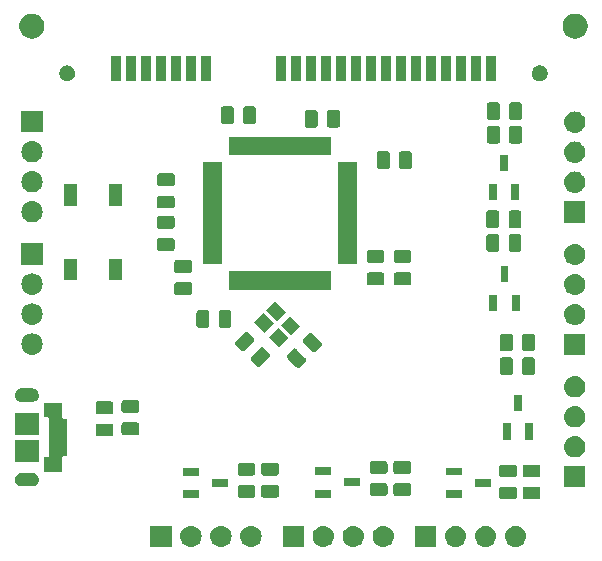
<source format=gbr>
G04 #@! TF.GenerationSoftware,KiCad,Pcbnew,(5.1.4)-1*
G04 #@! TF.CreationDate,2021-01-13T15:58:14-08:00*
G04 #@! TF.ProjectId,Fan Controller,46616e20-436f-46e7-9472-6f6c6c65722e,rev?*
G04 #@! TF.SameCoordinates,Original*
G04 #@! TF.FileFunction,Soldermask,Top*
G04 #@! TF.FilePolarity,Negative*
%FSLAX46Y46*%
G04 Gerber Fmt 4.6, Leading zero omitted, Abs format (unit mm)*
G04 Created by KiCad (PCBNEW (5.1.4)-1) date 2021-01-13 15:58:14*
%MOMM*%
%LPD*%
G04 APERTURE LIST*
%ADD10C,0.100000*%
G04 APERTURE END LIST*
D10*
G36*
X94674643Y-93161719D02*
G01*
X94740827Y-93168237D01*
X94910666Y-93219757D01*
X95067191Y-93303422D01*
X95102929Y-93332752D01*
X95204386Y-93416014D01*
X95287648Y-93517471D01*
X95316978Y-93553209D01*
X95400643Y-93709734D01*
X95452163Y-93879573D01*
X95469559Y-94056200D01*
X95452163Y-94232827D01*
X95400643Y-94402666D01*
X95316978Y-94559191D01*
X95287648Y-94594929D01*
X95204386Y-94696386D01*
X95102929Y-94779648D01*
X95067191Y-94808978D01*
X94910666Y-94892643D01*
X94740827Y-94944163D01*
X94674642Y-94950682D01*
X94608460Y-94957200D01*
X94519940Y-94957200D01*
X94453758Y-94950682D01*
X94387573Y-94944163D01*
X94217734Y-94892643D01*
X94061209Y-94808978D01*
X94025471Y-94779648D01*
X93924014Y-94696386D01*
X93840752Y-94594929D01*
X93811422Y-94559191D01*
X93727757Y-94402666D01*
X93676237Y-94232827D01*
X93658841Y-94056200D01*
X93676237Y-93879573D01*
X93727757Y-93709734D01*
X93811422Y-93553209D01*
X93840752Y-93517471D01*
X93924014Y-93416014D01*
X94025471Y-93332752D01*
X94061209Y-93303422D01*
X94217734Y-93219757D01*
X94387573Y-93168237D01*
X94453757Y-93161719D01*
X94519940Y-93155200D01*
X94608460Y-93155200D01*
X94674643Y-93161719D01*
X94674643Y-93161719D01*
G37*
G36*
X92134643Y-93161719D02*
G01*
X92200827Y-93168237D01*
X92370666Y-93219757D01*
X92527191Y-93303422D01*
X92562929Y-93332752D01*
X92664386Y-93416014D01*
X92747648Y-93517471D01*
X92776978Y-93553209D01*
X92860643Y-93709734D01*
X92912163Y-93879573D01*
X92929559Y-94056200D01*
X92912163Y-94232827D01*
X92860643Y-94402666D01*
X92776978Y-94559191D01*
X92747648Y-94594929D01*
X92664386Y-94696386D01*
X92562929Y-94779648D01*
X92527191Y-94808978D01*
X92370666Y-94892643D01*
X92200827Y-94944163D01*
X92134642Y-94950682D01*
X92068460Y-94957200D01*
X91979940Y-94957200D01*
X91913758Y-94950682D01*
X91847573Y-94944163D01*
X91677734Y-94892643D01*
X91521209Y-94808978D01*
X91485471Y-94779648D01*
X91384014Y-94696386D01*
X91300752Y-94594929D01*
X91271422Y-94559191D01*
X91187757Y-94402666D01*
X91136237Y-94232827D01*
X91118841Y-94056200D01*
X91136237Y-93879573D01*
X91187757Y-93709734D01*
X91271422Y-93553209D01*
X91300752Y-93517471D01*
X91384014Y-93416014D01*
X91485471Y-93332752D01*
X91521209Y-93303422D01*
X91677734Y-93219757D01*
X91847573Y-93168237D01*
X91913757Y-93161719D01*
X91979940Y-93155200D01*
X92068460Y-93155200D01*
X92134643Y-93161719D01*
X92134643Y-93161719D01*
G37*
G36*
X65442400Y-94957200D02*
G01*
X63640400Y-94957200D01*
X63640400Y-93155200D01*
X65442400Y-93155200D01*
X65442400Y-94957200D01*
X65442400Y-94957200D01*
G37*
G36*
X67191843Y-93161719D02*
G01*
X67258027Y-93168237D01*
X67427866Y-93219757D01*
X67584391Y-93303422D01*
X67620129Y-93332752D01*
X67721586Y-93416014D01*
X67804848Y-93517471D01*
X67834178Y-93553209D01*
X67917843Y-93709734D01*
X67969363Y-93879573D01*
X67986759Y-94056200D01*
X67969363Y-94232827D01*
X67917843Y-94402666D01*
X67834178Y-94559191D01*
X67804848Y-94594929D01*
X67721586Y-94696386D01*
X67620129Y-94779648D01*
X67584391Y-94808978D01*
X67427866Y-94892643D01*
X67258027Y-94944163D01*
X67191842Y-94950682D01*
X67125660Y-94957200D01*
X67037140Y-94957200D01*
X66970958Y-94950682D01*
X66904773Y-94944163D01*
X66734934Y-94892643D01*
X66578409Y-94808978D01*
X66542671Y-94779648D01*
X66441214Y-94696386D01*
X66357952Y-94594929D01*
X66328622Y-94559191D01*
X66244957Y-94402666D01*
X66193437Y-94232827D01*
X66176041Y-94056200D01*
X66193437Y-93879573D01*
X66244957Y-93709734D01*
X66328622Y-93553209D01*
X66357952Y-93517471D01*
X66441214Y-93416014D01*
X66542671Y-93332752D01*
X66578409Y-93303422D01*
X66734934Y-93219757D01*
X66904773Y-93168237D01*
X66970957Y-93161719D01*
X67037140Y-93155200D01*
X67125660Y-93155200D01*
X67191843Y-93161719D01*
X67191843Y-93161719D01*
G37*
G36*
X69731843Y-93161719D02*
G01*
X69798027Y-93168237D01*
X69967866Y-93219757D01*
X70124391Y-93303422D01*
X70160129Y-93332752D01*
X70261586Y-93416014D01*
X70344848Y-93517471D01*
X70374178Y-93553209D01*
X70457843Y-93709734D01*
X70509363Y-93879573D01*
X70526759Y-94056200D01*
X70509363Y-94232827D01*
X70457843Y-94402666D01*
X70374178Y-94559191D01*
X70344848Y-94594929D01*
X70261586Y-94696386D01*
X70160129Y-94779648D01*
X70124391Y-94808978D01*
X69967866Y-94892643D01*
X69798027Y-94944163D01*
X69731842Y-94950682D01*
X69665660Y-94957200D01*
X69577140Y-94957200D01*
X69510958Y-94950682D01*
X69444773Y-94944163D01*
X69274934Y-94892643D01*
X69118409Y-94808978D01*
X69082671Y-94779648D01*
X68981214Y-94696386D01*
X68897952Y-94594929D01*
X68868622Y-94559191D01*
X68784957Y-94402666D01*
X68733437Y-94232827D01*
X68716041Y-94056200D01*
X68733437Y-93879573D01*
X68784957Y-93709734D01*
X68868622Y-93553209D01*
X68897952Y-93517471D01*
X68981214Y-93416014D01*
X69082671Y-93332752D01*
X69118409Y-93303422D01*
X69274934Y-93219757D01*
X69444773Y-93168237D01*
X69510957Y-93161719D01*
X69577140Y-93155200D01*
X69665660Y-93155200D01*
X69731843Y-93161719D01*
X69731843Y-93161719D01*
G37*
G36*
X72271843Y-93161719D02*
G01*
X72338027Y-93168237D01*
X72507866Y-93219757D01*
X72664391Y-93303422D01*
X72700129Y-93332752D01*
X72801586Y-93416014D01*
X72884848Y-93517471D01*
X72914178Y-93553209D01*
X72997843Y-93709734D01*
X73049363Y-93879573D01*
X73066759Y-94056200D01*
X73049363Y-94232827D01*
X72997843Y-94402666D01*
X72914178Y-94559191D01*
X72884848Y-94594929D01*
X72801586Y-94696386D01*
X72700129Y-94779648D01*
X72664391Y-94808978D01*
X72507866Y-94892643D01*
X72338027Y-94944163D01*
X72271842Y-94950682D01*
X72205660Y-94957200D01*
X72117140Y-94957200D01*
X72050958Y-94950682D01*
X71984773Y-94944163D01*
X71814934Y-94892643D01*
X71658409Y-94808978D01*
X71622671Y-94779648D01*
X71521214Y-94696386D01*
X71437952Y-94594929D01*
X71408622Y-94559191D01*
X71324957Y-94402666D01*
X71273437Y-94232827D01*
X71256041Y-94056200D01*
X71273437Y-93879573D01*
X71324957Y-93709734D01*
X71408622Y-93553209D01*
X71437952Y-93517471D01*
X71521214Y-93416014D01*
X71622671Y-93332752D01*
X71658409Y-93303422D01*
X71814934Y-93219757D01*
X71984773Y-93168237D01*
X72050957Y-93161719D01*
X72117140Y-93155200D01*
X72205660Y-93155200D01*
X72271843Y-93161719D01*
X72271843Y-93161719D01*
G37*
G36*
X76643800Y-94957200D02*
G01*
X74841800Y-94957200D01*
X74841800Y-93155200D01*
X76643800Y-93155200D01*
X76643800Y-94957200D01*
X76643800Y-94957200D01*
G37*
G36*
X80933243Y-93161719D02*
G01*
X80999427Y-93168237D01*
X81169266Y-93219757D01*
X81325791Y-93303422D01*
X81361529Y-93332752D01*
X81462986Y-93416014D01*
X81546248Y-93517471D01*
X81575578Y-93553209D01*
X81659243Y-93709734D01*
X81710763Y-93879573D01*
X81728159Y-94056200D01*
X81710763Y-94232827D01*
X81659243Y-94402666D01*
X81575578Y-94559191D01*
X81546248Y-94594929D01*
X81462986Y-94696386D01*
X81361529Y-94779648D01*
X81325791Y-94808978D01*
X81169266Y-94892643D01*
X80999427Y-94944163D01*
X80933242Y-94950682D01*
X80867060Y-94957200D01*
X80778540Y-94957200D01*
X80712358Y-94950682D01*
X80646173Y-94944163D01*
X80476334Y-94892643D01*
X80319809Y-94808978D01*
X80284071Y-94779648D01*
X80182614Y-94696386D01*
X80099352Y-94594929D01*
X80070022Y-94559191D01*
X79986357Y-94402666D01*
X79934837Y-94232827D01*
X79917441Y-94056200D01*
X79934837Y-93879573D01*
X79986357Y-93709734D01*
X80070022Y-93553209D01*
X80099352Y-93517471D01*
X80182614Y-93416014D01*
X80284071Y-93332752D01*
X80319809Y-93303422D01*
X80476334Y-93219757D01*
X80646173Y-93168237D01*
X80712357Y-93161719D01*
X80778540Y-93155200D01*
X80867060Y-93155200D01*
X80933243Y-93161719D01*
X80933243Y-93161719D01*
G37*
G36*
X78393243Y-93161719D02*
G01*
X78459427Y-93168237D01*
X78629266Y-93219757D01*
X78785791Y-93303422D01*
X78821529Y-93332752D01*
X78922986Y-93416014D01*
X79006248Y-93517471D01*
X79035578Y-93553209D01*
X79119243Y-93709734D01*
X79170763Y-93879573D01*
X79188159Y-94056200D01*
X79170763Y-94232827D01*
X79119243Y-94402666D01*
X79035578Y-94559191D01*
X79006248Y-94594929D01*
X78922986Y-94696386D01*
X78821529Y-94779648D01*
X78785791Y-94808978D01*
X78629266Y-94892643D01*
X78459427Y-94944163D01*
X78393242Y-94950682D01*
X78327060Y-94957200D01*
X78238540Y-94957200D01*
X78172358Y-94950682D01*
X78106173Y-94944163D01*
X77936334Y-94892643D01*
X77779809Y-94808978D01*
X77744071Y-94779648D01*
X77642614Y-94696386D01*
X77559352Y-94594929D01*
X77530022Y-94559191D01*
X77446357Y-94402666D01*
X77394837Y-94232827D01*
X77377441Y-94056200D01*
X77394837Y-93879573D01*
X77446357Y-93709734D01*
X77530022Y-93553209D01*
X77559352Y-93517471D01*
X77642614Y-93416014D01*
X77744071Y-93332752D01*
X77779809Y-93303422D01*
X77936334Y-93219757D01*
X78106173Y-93168237D01*
X78172357Y-93161719D01*
X78238540Y-93155200D01*
X78327060Y-93155200D01*
X78393243Y-93161719D01*
X78393243Y-93161719D01*
G37*
G36*
X89594643Y-93161719D02*
G01*
X89660827Y-93168237D01*
X89830666Y-93219757D01*
X89987191Y-93303422D01*
X90022929Y-93332752D01*
X90124386Y-93416014D01*
X90207648Y-93517471D01*
X90236978Y-93553209D01*
X90320643Y-93709734D01*
X90372163Y-93879573D01*
X90389559Y-94056200D01*
X90372163Y-94232827D01*
X90320643Y-94402666D01*
X90236978Y-94559191D01*
X90207648Y-94594929D01*
X90124386Y-94696386D01*
X90022929Y-94779648D01*
X89987191Y-94808978D01*
X89830666Y-94892643D01*
X89660827Y-94944163D01*
X89594642Y-94950682D01*
X89528460Y-94957200D01*
X89439940Y-94957200D01*
X89373758Y-94950682D01*
X89307573Y-94944163D01*
X89137734Y-94892643D01*
X88981209Y-94808978D01*
X88945471Y-94779648D01*
X88844014Y-94696386D01*
X88760752Y-94594929D01*
X88731422Y-94559191D01*
X88647757Y-94402666D01*
X88596237Y-94232827D01*
X88578841Y-94056200D01*
X88596237Y-93879573D01*
X88647757Y-93709734D01*
X88731422Y-93553209D01*
X88760752Y-93517471D01*
X88844014Y-93416014D01*
X88945471Y-93332752D01*
X88981209Y-93303422D01*
X89137734Y-93219757D01*
X89307573Y-93168237D01*
X89373757Y-93161719D01*
X89439940Y-93155200D01*
X89528460Y-93155200D01*
X89594643Y-93161719D01*
X89594643Y-93161719D01*
G37*
G36*
X83473243Y-93161719D02*
G01*
X83539427Y-93168237D01*
X83709266Y-93219757D01*
X83865791Y-93303422D01*
X83901529Y-93332752D01*
X84002986Y-93416014D01*
X84086248Y-93517471D01*
X84115578Y-93553209D01*
X84199243Y-93709734D01*
X84250763Y-93879573D01*
X84268159Y-94056200D01*
X84250763Y-94232827D01*
X84199243Y-94402666D01*
X84115578Y-94559191D01*
X84086248Y-94594929D01*
X84002986Y-94696386D01*
X83901529Y-94779648D01*
X83865791Y-94808978D01*
X83709266Y-94892643D01*
X83539427Y-94944163D01*
X83473242Y-94950682D01*
X83407060Y-94957200D01*
X83318540Y-94957200D01*
X83252358Y-94950682D01*
X83186173Y-94944163D01*
X83016334Y-94892643D01*
X82859809Y-94808978D01*
X82824071Y-94779648D01*
X82722614Y-94696386D01*
X82639352Y-94594929D01*
X82610022Y-94559191D01*
X82526357Y-94402666D01*
X82474837Y-94232827D01*
X82457441Y-94056200D01*
X82474837Y-93879573D01*
X82526357Y-93709734D01*
X82610022Y-93553209D01*
X82639352Y-93517471D01*
X82722614Y-93416014D01*
X82824071Y-93332752D01*
X82859809Y-93303422D01*
X83016334Y-93219757D01*
X83186173Y-93168237D01*
X83252357Y-93161719D01*
X83318540Y-93155200D01*
X83407060Y-93155200D01*
X83473243Y-93161719D01*
X83473243Y-93161719D01*
G37*
G36*
X87845200Y-94957200D02*
G01*
X86043200Y-94957200D01*
X86043200Y-93155200D01*
X87845200Y-93155200D01*
X87845200Y-94957200D01*
X87845200Y-94957200D01*
G37*
G36*
X96506468Y-89853765D02*
G01*
X96545138Y-89865496D01*
X96580777Y-89884546D01*
X96612017Y-89910183D01*
X96637654Y-89941423D01*
X96656704Y-89977062D01*
X96668435Y-90015732D01*
X96673000Y-90062088D01*
X96673000Y-90713312D01*
X96668435Y-90759668D01*
X96656704Y-90798338D01*
X96637654Y-90833977D01*
X96612017Y-90865217D01*
X96580777Y-90890854D01*
X96545138Y-90909904D01*
X96506468Y-90921635D01*
X96460112Y-90926200D01*
X95383888Y-90926200D01*
X95337532Y-90921635D01*
X95298862Y-90909904D01*
X95263223Y-90890854D01*
X95231983Y-90865217D01*
X95206346Y-90833977D01*
X95187296Y-90798338D01*
X95175565Y-90759668D01*
X95171000Y-90713312D01*
X95171000Y-90062088D01*
X95175565Y-90015732D01*
X95187296Y-89977062D01*
X95206346Y-89941423D01*
X95231983Y-89910183D01*
X95263223Y-89884546D01*
X95298862Y-89865496D01*
X95337532Y-89853765D01*
X95383888Y-89849200D01*
X96460112Y-89849200D01*
X96506468Y-89853765D01*
X96506468Y-89853765D01*
G37*
G36*
X94506468Y-89853765D02*
G01*
X94545138Y-89865496D01*
X94580777Y-89884546D01*
X94612017Y-89910183D01*
X94637654Y-89941423D01*
X94656704Y-89977062D01*
X94668435Y-90015732D01*
X94673000Y-90062088D01*
X94673000Y-90713312D01*
X94668435Y-90759668D01*
X94656704Y-90798338D01*
X94637654Y-90833977D01*
X94612017Y-90865217D01*
X94580777Y-90890854D01*
X94545138Y-90909904D01*
X94506468Y-90921635D01*
X94460112Y-90926200D01*
X93383888Y-90926200D01*
X93337532Y-90921635D01*
X93298862Y-90909904D01*
X93263223Y-90890854D01*
X93231983Y-90865217D01*
X93206346Y-90833977D01*
X93187296Y-90798338D01*
X93175565Y-90759668D01*
X93171000Y-90713312D01*
X93171000Y-90062088D01*
X93175565Y-90015732D01*
X93187296Y-89977062D01*
X93206346Y-89941423D01*
X93231983Y-89910183D01*
X93263223Y-89884546D01*
X93298862Y-89865496D01*
X93337532Y-89853765D01*
X93383888Y-89849200D01*
X94460112Y-89849200D01*
X94506468Y-89853765D01*
X94506468Y-89853765D01*
G37*
G36*
X67792800Y-90815401D02*
G01*
X66420800Y-90815401D01*
X66420800Y-90154601D01*
X67792800Y-90154601D01*
X67792800Y-90815401D01*
X67792800Y-90815401D01*
G37*
G36*
X90068600Y-90790001D02*
G01*
X88696600Y-90790001D01*
X88696600Y-90129201D01*
X90068600Y-90129201D01*
X90068600Y-90790001D01*
X90068600Y-90790001D01*
G37*
G36*
X74356468Y-89703765D02*
G01*
X74395138Y-89715496D01*
X74430777Y-89734546D01*
X74462017Y-89760183D01*
X74487654Y-89791423D01*
X74506704Y-89827062D01*
X74518435Y-89865732D01*
X74523000Y-89912088D01*
X74523000Y-90563312D01*
X74518435Y-90609668D01*
X74506704Y-90648338D01*
X74487654Y-90683977D01*
X74462017Y-90715217D01*
X74430777Y-90740854D01*
X74395138Y-90759904D01*
X74356468Y-90771635D01*
X74310112Y-90776200D01*
X73233888Y-90776200D01*
X73187532Y-90771635D01*
X73148862Y-90759904D01*
X73113223Y-90740854D01*
X73081983Y-90715217D01*
X73056346Y-90683977D01*
X73037296Y-90648338D01*
X73025565Y-90609668D01*
X73021000Y-90563312D01*
X73021000Y-89912088D01*
X73025565Y-89865732D01*
X73037296Y-89827062D01*
X73056346Y-89791423D01*
X73081983Y-89760183D01*
X73113223Y-89734546D01*
X73148862Y-89715496D01*
X73187532Y-89703765D01*
X73233888Y-89699200D01*
X74310112Y-89699200D01*
X74356468Y-89703765D01*
X74356468Y-89703765D01*
G37*
G36*
X72356468Y-89703765D02*
G01*
X72395138Y-89715496D01*
X72430777Y-89734546D01*
X72462017Y-89760183D01*
X72487654Y-89791423D01*
X72506704Y-89827062D01*
X72518435Y-89865732D01*
X72523000Y-89912088D01*
X72523000Y-90563312D01*
X72518435Y-90609668D01*
X72506704Y-90648338D01*
X72487654Y-90683977D01*
X72462017Y-90715217D01*
X72430777Y-90740854D01*
X72395138Y-90759904D01*
X72356468Y-90771635D01*
X72310112Y-90776200D01*
X71233888Y-90776200D01*
X71187532Y-90771635D01*
X71148862Y-90759904D01*
X71113223Y-90740854D01*
X71081983Y-90715217D01*
X71056346Y-90683977D01*
X71037296Y-90648338D01*
X71025565Y-90609668D01*
X71021000Y-90563312D01*
X71021000Y-89912088D01*
X71025565Y-89865732D01*
X71037296Y-89827062D01*
X71056346Y-89791423D01*
X71081983Y-89760183D01*
X71113223Y-89734546D01*
X71148862Y-89715496D01*
X71187532Y-89703765D01*
X71233888Y-89699200D01*
X72310112Y-89699200D01*
X72356468Y-89703765D01*
X72356468Y-89703765D01*
G37*
G36*
X78968800Y-90764601D02*
G01*
X77596800Y-90764601D01*
X77596800Y-90103801D01*
X78968800Y-90103801D01*
X78968800Y-90764601D01*
X78968800Y-90764601D01*
G37*
G36*
X85556468Y-89553765D02*
G01*
X85595138Y-89565496D01*
X85630777Y-89584546D01*
X85662017Y-89610183D01*
X85687654Y-89641423D01*
X85706704Y-89677062D01*
X85718435Y-89715732D01*
X85723000Y-89762088D01*
X85723000Y-90413312D01*
X85718435Y-90459668D01*
X85706704Y-90498338D01*
X85687654Y-90533977D01*
X85662017Y-90565217D01*
X85630777Y-90590854D01*
X85595138Y-90609904D01*
X85556468Y-90621635D01*
X85510112Y-90626200D01*
X84433888Y-90626200D01*
X84387532Y-90621635D01*
X84348862Y-90609904D01*
X84313223Y-90590854D01*
X84281983Y-90565217D01*
X84256346Y-90533977D01*
X84237296Y-90498338D01*
X84225565Y-90459668D01*
X84221000Y-90413312D01*
X84221000Y-89762088D01*
X84225565Y-89715732D01*
X84237296Y-89677062D01*
X84256346Y-89641423D01*
X84281983Y-89610183D01*
X84313223Y-89584546D01*
X84348862Y-89565496D01*
X84387532Y-89553765D01*
X84433888Y-89549200D01*
X85510112Y-89549200D01*
X85556468Y-89553765D01*
X85556468Y-89553765D01*
G37*
G36*
X83556468Y-89553765D02*
G01*
X83595138Y-89565496D01*
X83630777Y-89584546D01*
X83662017Y-89610183D01*
X83687654Y-89641423D01*
X83706704Y-89677062D01*
X83718435Y-89715732D01*
X83723000Y-89762088D01*
X83723000Y-90413312D01*
X83718435Y-90459668D01*
X83706704Y-90498338D01*
X83687654Y-90533977D01*
X83662017Y-90565217D01*
X83630777Y-90590854D01*
X83595138Y-90609904D01*
X83556468Y-90621635D01*
X83510112Y-90626200D01*
X82433888Y-90626200D01*
X82387532Y-90621635D01*
X82348862Y-90609904D01*
X82313223Y-90590854D01*
X82281983Y-90565217D01*
X82256346Y-90533977D01*
X82237296Y-90498338D01*
X82225565Y-90459668D01*
X82221000Y-90413312D01*
X82221000Y-89762088D01*
X82225565Y-89715732D01*
X82237296Y-89677062D01*
X82256346Y-89641423D01*
X82281983Y-89610183D01*
X82313223Y-89584546D01*
X82348862Y-89565496D01*
X82387532Y-89553765D01*
X82433888Y-89549200D01*
X83510112Y-89549200D01*
X83556468Y-89553765D01*
X83556468Y-89553765D01*
G37*
G36*
X100473000Y-89901200D02*
G01*
X98671000Y-89901200D01*
X98671000Y-88099200D01*
X100473000Y-88099200D01*
X100473000Y-89901200D01*
X100473000Y-89901200D01*
G37*
G36*
X70231200Y-89865400D02*
G01*
X68859200Y-89865400D01*
X68859200Y-89204600D01*
X70231200Y-89204600D01*
X70231200Y-89865400D01*
X70231200Y-89865400D01*
G37*
G36*
X92507000Y-89840000D02*
G01*
X91135000Y-89840000D01*
X91135000Y-89179200D01*
X92507000Y-89179200D01*
X92507000Y-89840000D01*
X92507000Y-89840000D01*
G37*
G36*
X53719316Y-88681534D02*
G01*
X53827892Y-88714471D01*
X53827895Y-88714472D01*
X53858264Y-88730705D01*
X53927957Y-88767956D01*
X54015664Y-88839936D01*
X54087644Y-88927643D01*
X54104392Y-88958977D01*
X54141128Y-89027705D01*
X54141129Y-89027708D01*
X54174066Y-89136284D01*
X54185187Y-89249200D01*
X54174066Y-89362116D01*
X54141129Y-89470692D01*
X54141128Y-89470695D01*
X54121829Y-89506801D01*
X54087644Y-89570757D01*
X54015664Y-89658464D01*
X53927957Y-89730444D01*
X53872318Y-89760183D01*
X53827895Y-89783928D01*
X53827892Y-89783929D01*
X53719316Y-89816866D01*
X53634698Y-89825200D01*
X52728102Y-89825200D01*
X52643484Y-89816866D01*
X52534908Y-89783929D01*
X52534905Y-89783928D01*
X52490482Y-89760183D01*
X52434843Y-89730444D01*
X52347136Y-89658464D01*
X52275156Y-89570757D01*
X52240971Y-89506801D01*
X52221672Y-89470695D01*
X52221671Y-89470692D01*
X52188734Y-89362116D01*
X52177613Y-89249200D01*
X52188734Y-89136284D01*
X52221671Y-89027708D01*
X52221672Y-89027705D01*
X52258408Y-88958977D01*
X52275156Y-88927643D01*
X52347136Y-88839936D01*
X52434843Y-88767956D01*
X52504536Y-88730705D01*
X52534905Y-88714472D01*
X52534908Y-88714471D01*
X52643484Y-88681534D01*
X52728102Y-88673200D01*
X53634698Y-88673200D01*
X53719316Y-88681534D01*
X53719316Y-88681534D01*
G37*
G36*
X81407200Y-89814600D02*
G01*
X80035200Y-89814600D01*
X80035200Y-89153800D01*
X81407200Y-89153800D01*
X81407200Y-89814600D01*
X81407200Y-89814600D01*
G37*
G36*
X96506468Y-87978765D02*
G01*
X96545138Y-87990496D01*
X96580777Y-88009546D01*
X96612017Y-88035183D01*
X96637654Y-88066423D01*
X96656704Y-88102062D01*
X96668435Y-88140732D01*
X96673000Y-88187088D01*
X96673000Y-88838312D01*
X96668435Y-88884668D01*
X96656704Y-88923338D01*
X96637654Y-88958977D01*
X96612017Y-88990217D01*
X96580777Y-89015854D01*
X96545138Y-89034904D01*
X96506468Y-89046635D01*
X96460112Y-89051200D01*
X95383888Y-89051200D01*
X95337532Y-89046635D01*
X95298862Y-89034904D01*
X95263223Y-89015854D01*
X95231983Y-88990217D01*
X95206346Y-88958977D01*
X95187296Y-88923338D01*
X95175565Y-88884668D01*
X95171000Y-88838312D01*
X95171000Y-88187088D01*
X95175565Y-88140732D01*
X95187296Y-88102062D01*
X95206346Y-88066423D01*
X95231983Y-88035183D01*
X95263223Y-88009546D01*
X95298862Y-87990496D01*
X95337532Y-87978765D01*
X95383888Y-87974200D01*
X96460112Y-87974200D01*
X96506468Y-87978765D01*
X96506468Y-87978765D01*
G37*
G36*
X94506468Y-87978765D02*
G01*
X94545138Y-87990496D01*
X94580777Y-88009546D01*
X94612017Y-88035183D01*
X94637654Y-88066423D01*
X94656704Y-88102062D01*
X94668435Y-88140732D01*
X94673000Y-88187088D01*
X94673000Y-88838312D01*
X94668435Y-88884668D01*
X94656704Y-88923338D01*
X94637654Y-88958977D01*
X94612017Y-88990217D01*
X94580777Y-89015854D01*
X94545138Y-89034904D01*
X94506468Y-89046635D01*
X94460112Y-89051200D01*
X93383888Y-89051200D01*
X93337532Y-89046635D01*
X93298862Y-89034904D01*
X93263223Y-89015854D01*
X93231983Y-88990217D01*
X93206346Y-88958977D01*
X93187296Y-88923338D01*
X93175565Y-88884668D01*
X93171000Y-88838312D01*
X93171000Y-88187088D01*
X93175565Y-88140732D01*
X93187296Y-88102062D01*
X93206346Y-88066423D01*
X93231983Y-88035183D01*
X93263223Y-88009546D01*
X93298862Y-87990496D01*
X93337532Y-87978765D01*
X93383888Y-87974200D01*
X94460112Y-87974200D01*
X94506468Y-87978765D01*
X94506468Y-87978765D01*
G37*
G36*
X67792800Y-88915399D02*
G01*
X66420800Y-88915399D01*
X66420800Y-88254599D01*
X67792800Y-88254599D01*
X67792800Y-88915399D01*
X67792800Y-88915399D01*
G37*
G36*
X74356468Y-87828765D02*
G01*
X74395138Y-87840496D01*
X74430777Y-87859546D01*
X74462017Y-87885183D01*
X74487654Y-87916423D01*
X74506704Y-87952062D01*
X74518435Y-87990732D01*
X74523000Y-88037088D01*
X74523000Y-88688312D01*
X74518435Y-88734668D01*
X74506704Y-88773338D01*
X74487654Y-88808977D01*
X74462017Y-88840217D01*
X74430777Y-88865854D01*
X74395138Y-88884904D01*
X74356468Y-88896635D01*
X74310112Y-88901200D01*
X73233888Y-88901200D01*
X73187532Y-88896635D01*
X73148862Y-88884904D01*
X73113223Y-88865854D01*
X73081983Y-88840217D01*
X73056346Y-88808977D01*
X73037296Y-88773338D01*
X73025565Y-88734668D01*
X73021000Y-88688312D01*
X73021000Y-88037088D01*
X73025565Y-87990732D01*
X73037296Y-87952062D01*
X73056346Y-87916423D01*
X73081983Y-87885183D01*
X73113223Y-87859546D01*
X73148862Y-87840496D01*
X73187532Y-87828765D01*
X73233888Y-87824200D01*
X74310112Y-87824200D01*
X74356468Y-87828765D01*
X74356468Y-87828765D01*
G37*
G36*
X72356468Y-87828765D02*
G01*
X72395138Y-87840496D01*
X72430777Y-87859546D01*
X72462017Y-87885183D01*
X72487654Y-87916423D01*
X72506704Y-87952062D01*
X72518435Y-87990732D01*
X72523000Y-88037088D01*
X72523000Y-88688312D01*
X72518435Y-88734668D01*
X72506704Y-88773338D01*
X72487654Y-88808977D01*
X72462017Y-88840217D01*
X72430777Y-88865854D01*
X72395138Y-88884904D01*
X72356468Y-88896635D01*
X72310112Y-88901200D01*
X71233888Y-88901200D01*
X71187532Y-88896635D01*
X71148862Y-88884904D01*
X71113223Y-88865854D01*
X71081983Y-88840217D01*
X71056346Y-88808977D01*
X71037296Y-88773338D01*
X71025565Y-88734668D01*
X71021000Y-88688312D01*
X71021000Y-88037088D01*
X71025565Y-87990732D01*
X71037296Y-87952062D01*
X71056346Y-87916423D01*
X71081983Y-87885183D01*
X71113223Y-87859546D01*
X71148862Y-87840496D01*
X71187532Y-87828765D01*
X71233888Y-87824200D01*
X72310112Y-87824200D01*
X72356468Y-87828765D01*
X72356468Y-87828765D01*
G37*
G36*
X90068600Y-88889999D02*
G01*
X88696600Y-88889999D01*
X88696600Y-88229199D01*
X90068600Y-88229199D01*
X90068600Y-88889999D01*
X90068600Y-88889999D01*
G37*
G36*
X78968800Y-88864599D02*
G01*
X77596800Y-88864599D01*
X77596800Y-88203799D01*
X78968800Y-88203799D01*
X78968800Y-88864599D01*
X78968800Y-88864599D01*
G37*
G36*
X83556468Y-87678765D02*
G01*
X83595138Y-87690496D01*
X83630777Y-87709546D01*
X83662017Y-87735183D01*
X83687654Y-87766423D01*
X83706704Y-87802062D01*
X83718435Y-87840732D01*
X83723000Y-87887088D01*
X83723000Y-88538312D01*
X83718435Y-88584668D01*
X83706704Y-88623338D01*
X83687654Y-88658977D01*
X83662017Y-88690217D01*
X83630777Y-88715854D01*
X83595138Y-88734904D01*
X83556468Y-88746635D01*
X83510112Y-88751200D01*
X82433888Y-88751200D01*
X82387532Y-88746635D01*
X82348862Y-88734904D01*
X82313223Y-88715854D01*
X82281983Y-88690217D01*
X82256346Y-88658977D01*
X82237296Y-88623338D01*
X82225565Y-88584668D01*
X82221000Y-88538312D01*
X82221000Y-87887088D01*
X82225565Y-87840732D01*
X82237296Y-87802062D01*
X82256346Y-87766423D01*
X82281983Y-87735183D01*
X82313223Y-87709546D01*
X82348862Y-87690496D01*
X82387532Y-87678765D01*
X82433888Y-87674200D01*
X83510112Y-87674200D01*
X83556468Y-87678765D01*
X83556468Y-87678765D01*
G37*
G36*
X85556468Y-87678765D02*
G01*
X85595138Y-87690496D01*
X85630777Y-87709546D01*
X85662017Y-87735183D01*
X85687654Y-87766423D01*
X85706704Y-87802062D01*
X85718435Y-87840732D01*
X85723000Y-87887088D01*
X85723000Y-88538312D01*
X85718435Y-88584668D01*
X85706704Y-88623338D01*
X85687654Y-88658977D01*
X85662017Y-88690217D01*
X85630777Y-88715854D01*
X85595138Y-88734904D01*
X85556468Y-88746635D01*
X85510112Y-88751200D01*
X84433888Y-88751200D01*
X84387532Y-88746635D01*
X84348862Y-88734904D01*
X84313223Y-88715854D01*
X84281983Y-88690217D01*
X84256346Y-88658977D01*
X84237296Y-88623338D01*
X84225565Y-88584668D01*
X84221000Y-88538312D01*
X84221000Y-87887088D01*
X84225565Y-87840732D01*
X84237296Y-87802062D01*
X84256346Y-87766423D01*
X84281983Y-87735183D01*
X84313223Y-87709546D01*
X84348862Y-87690496D01*
X84387532Y-87678765D01*
X84433888Y-87674200D01*
X85510112Y-87674200D01*
X85556468Y-87678765D01*
X85556468Y-87678765D01*
G37*
G36*
X56187400Y-83998201D02*
G01*
X56189802Y-84022587D01*
X56196915Y-84046036D01*
X56208466Y-84067647D01*
X56224011Y-84086589D01*
X56242953Y-84102134D01*
X56264564Y-84113685D01*
X56288013Y-84120798D01*
X56312399Y-84123200D01*
X56582400Y-84123200D01*
X56582400Y-87225200D01*
X56312399Y-87225200D01*
X56288013Y-87227602D01*
X56264564Y-87234715D01*
X56242953Y-87246266D01*
X56224011Y-87261811D01*
X56208466Y-87280753D01*
X56196915Y-87302364D01*
X56189802Y-87325813D01*
X56187400Y-87350199D01*
X56187400Y-88620200D01*
X54635400Y-88620200D01*
X54635400Y-87368200D01*
X54955401Y-87368200D01*
X54979787Y-87365798D01*
X55003236Y-87358685D01*
X55024847Y-87347134D01*
X55043789Y-87331589D01*
X55059334Y-87312647D01*
X55070885Y-87291036D01*
X55077998Y-87267587D01*
X55080400Y-87243201D01*
X55080400Y-84105199D01*
X55077998Y-84080813D01*
X55070885Y-84057364D01*
X55059334Y-84035753D01*
X55043789Y-84016811D01*
X55024847Y-84001266D01*
X55003236Y-83989715D01*
X54979787Y-83982602D01*
X54955401Y-83980200D01*
X54635400Y-83980200D01*
X54635400Y-82728200D01*
X56187400Y-82728200D01*
X56187400Y-83998201D01*
X56187400Y-83998201D01*
G37*
G36*
X54182400Y-87725200D02*
G01*
X52180400Y-87725200D01*
X52180400Y-85873200D01*
X54182400Y-85873200D01*
X54182400Y-87725200D01*
X54182400Y-87725200D01*
G37*
G36*
X99682442Y-85565718D02*
G01*
X99748627Y-85572237D01*
X99918466Y-85623757D01*
X100074991Y-85707422D01*
X100110729Y-85736752D01*
X100212186Y-85820014D01*
X100295448Y-85921471D01*
X100324778Y-85957209D01*
X100408443Y-86113734D01*
X100459963Y-86283573D01*
X100477359Y-86460200D01*
X100459963Y-86636827D01*
X100408443Y-86806666D01*
X100324778Y-86963191D01*
X100295448Y-86998929D01*
X100212186Y-87100386D01*
X100110729Y-87183648D01*
X100074991Y-87212978D01*
X99918466Y-87296643D01*
X99748627Y-87348163D01*
X99682443Y-87354681D01*
X99616260Y-87361200D01*
X99527740Y-87361200D01*
X99461557Y-87354681D01*
X99395373Y-87348163D01*
X99225534Y-87296643D01*
X99069009Y-87212978D01*
X99033271Y-87183648D01*
X98931814Y-87100386D01*
X98848552Y-86998929D01*
X98819222Y-86963191D01*
X98735557Y-86806666D01*
X98684037Y-86636827D01*
X98666641Y-86460200D01*
X98684037Y-86283573D01*
X98735557Y-86113734D01*
X98819222Y-85957209D01*
X98848552Y-85921471D01*
X98931814Y-85820014D01*
X99033271Y-85736752D01*
X99069009Y-85707422D01*
X99225534Y-85623757D01*
X99395373Y-85572237D01*
X99461558Y-85565718D01*
X99527740Y-85559200D01*
X99616260Y-85559200D01*
X99682442Y-85565718D01*
X99682442Y-85565718D01*
G37*
G36*
X94152399Y-85855400D02*
G01*
X93491599Y-85855400D01*
X93491599Y-84483400D01*
X94152399Y-84483400D01*
X94152399Y-85855400D01*
X94152399Y-85855400D01*
G37*
G36*
X96052401Y-85855400D02*
G01*
X95391601Y-85855400D01*
X95391601Y-84483400D01*
X96052401Y-84483400D01*
X96052401Y-85855400D01*
X96052401Y-85855400D01*
G37*
G36*
X60334468Y-84503565D02*
G01*
X60373138Y-84515296D01*
X60408777Y-84534346D01*
X60440017Y-84559983D01*
X60465654Y-84591223D01*
X60484704Y-84626862D01*
X60496435Y-84665532D01*
X60501000Y-84711888D01*
X60501000Y-85363112D01*
X60496435Y-85409468D01*
X60484704Y-85448138D01*
X60465654Y-85483777D01*
X60440017Y-85515017D01*
X60408777Y-85540654D01*
X60373138Y-85559704D01*
X60334468Y-85571435D01*
X60288112Y-85576000D01*
X59211888Y-85576000D01*
X59165532Y-85571435D01*
X59126862Y-85559704D01*
X59091223Y-85540654D01*
X59059983Y-85515017D01*
X59034346Y-85483777D01*
X59015296Y-85448138D01*
X59003565Y-85409468D01*
X58999000Y-85363112D01*
X58999000Y-84711888D01*
X59003565Y-84665532D01*
X59015296Y-84626862D01*
X59034346Y-84591223D01*
X59059983Y-84559983D01*
X59091223Y-84534346D01*
X59126862Y-84515296D01*
X59165532Y-84503565D01*
X59211888Y-84499000D01*
X60288112Y-84499000D01*
X60334468Y-84503565D01*
X60334468Y-84503565D01*
G37*
G36*
X62534468Y-84403565D02*
G01*
X62573138Y-84415296D01*
X62608777Y-84434346D01*
X62640017Y-84459983D01*
X62665654Y-84491223D01*
X62684704Y-84526862D01*
X62696435Y-84565532D01*
X62701000Y-84611888D01*
X62701000Y-85263112D01*
X62696435Y-85309468D01*
X62684704Y-85348138D01*
X62665654Y-85383777D01*
X62640017Y-85415017D01*
X62608777Y-85440654D01*
X62573138Y-85459704D01*
X62534468Y-85471435D01*
X62488112Y-85476000D01*
X61411888Y-85476000D01*
X61365532Y-85471435D01*
X61326862Y-85459704D01*
X61291223Y-85440654D01*
X61259983Y-85415017D01*
X61234346Y-85383777D01*
X61215296Y-85348138D01*
X61203565Y-85309468D01*
X61199000Y-85263112D01*
X61199000Y-84611888D01*
X61203565Y-84565532D01*
X61215296Y-84526862D01*
X61234346Y-84491223D01*
X61259983Y-84459983D01*
X61291223Y-84434346D01*
X61326862Y-84415296D01*
X61365532Y-84403565D01*
X61411888Y-84399000D01*
X62488112Y-84399000D01*
X62534468Y-84403565D01*
X62534468Y-84403565D01*
G37*
G36*
X54182400Y-85475200D02*
G01*
X52180400Y-85475200D01*
X52180400Y-83623200D01*
X54182400Y-83623200D01*
X54182400Y-85475200D01*
X54182400Y-85475200D01*
G37*
G36*
X99682443Y-83025719D02*
G01*
X99748627Y-83032237D01*
X99918466Y-83083757D01*
X100074991Y-83167422D01*
X100110729Y-83196752D01*
X100212186Y-83280014D01*
X100295448Y-83381471D01*
X100324778Y-83417209D01*
X100324779Y-83417211D01*
X100373723Y-83508777D01*
X100408443Y-83573734D01*
X100459963Y-83743573D01*
X100477359Y-83920200D01*
X100459963Y-84096827D01*
X100408443Y-84266666D01*
X100324778Y-84423191D01*
X100315623Y-84434346D01*
X100212186Y-84560386D01*
X100110729Y-84643648D01*
X100074991Y-84672978D01*
X99918466Y-84756643D01*
X99748627Y-84808163D01*
X99682443Y-84814681D01*
X99616260Y-84821200D01*
X99527740Y-84821200D01*
X99461557Y-84814681D01*
X99395373Y-84808163D01*
X99225534Y-84756643D01*
X99069009Y-84672978D01*
X99033271Y-84643648D01*
X98931814Y-84560386D01*
X98828377Y-84434346D01*
X98819222Y-84423191D01*
X98735557Y-84266666D01*
X98684037Y-84096827D01*
X98666641Y-83920200D01*
X98684037Y-83743573D01*
X98735557Y-83573734D01*
X98770278Y-83508777D01*
X98819221Y-83417211D01*
X98819222Y-83417209D01*
X98848552Y-83381471D01*
X98931814Y-83280014D01*
X99033271Y-83196752D01*
X99069009Y-83167422D01*
X99225534Y-83083757D01*
X99395373Y-83032237D01*
X99461557Y-83025719D01*
X99527740Y-83019200D01*
X99616260Y-83019200D01*
X99682443Y-83025719D01*
X99682443Y-83025719D01*
G37*
G36*
X60334468Y-82628565D02*
G01*
X60373138Y-82640296D01*
X60408777Y-82659346D01*
X60440017Y-82684983D01*
X60465654Y-82716223D01*
X60484704Y-82751862D01*
X60496435Y-82790532D01*
X60501000Y-82836888D01*
X60501000Y-83488112D01*
X60496435Y-83534468D01*
X60484704Y-83573138D01*
X60465654Y-83608777D01*
X60440017Y-83640017D01*
X60408777Y-83665654D01*
X60373138Y-83684704D01*
X60334468Y-83696435D01*
X60288112Y-83701000D01*
X59211888Y-83701000D01*
X59165532Y-83696435D01*
X59126862Y-83684704D01*
X59091223Y-83665654D01*
X59059983Y-83640017D01*
X59034346Y-83608777D01*
X59015296Y-83573138D01*
X59003565Y-83534468D01*
X58999000Y-83488112D01*
X58999000Y-82836888D01*
X59003565Y-82790532D01*
X59015296Y-82751862D01*
X59034346Y-82716223D01*
X59059983Y-82684983D01*
X59091223Y-82659346D01*
X59126862Y-82640296D01*
X59165532Y-82628565D01*
X59211888Y-82624000D01*
X60288112Y-82624000D01*
X60334468Y-82628565D01*
X60334468Y-82628565D01*
G37*
G36*
X62534468Y-82528565D02*
G01*
X62573138Y-82540296D01*
X62608777Y-82559346D01*
X62640017Y-82584983D01*
X62665654Y-82616223D01*
X62684704Y-82651862D01*
X62696435Y-82690532D01*
X62701000Y-82736888D01*
X62701000Y-83388112D01*
X62696435Y-83434468D01*
X62684704Y-83473138D01*
X62665654Y-83508777D01*
X62640017Y-83540017D01*
X62608777Y-83565654D01*
X62573138Y-83584704D01*
X62534468Y-83596435D01*
X62488112Y-83601000D01*
X61411888Y-83601000D01*
X61365532Y-83596435D01*
X61326862Y-83584704D01*
X61291223Y-83565654D01*
X61259983Y-83540017D01*
X61234346Y-83508777D01*
X61215296Y-83473138D01*
X61203565Y-83434468D01*
X61199000Y-83388112D01*
X61199000Y-82736888D01*
X61203565Y-82690532D01*
X61215296Y-82651862D01*
X61234346Y-82616223D01*
X61259983Y-82584983D01*
X61291223Y-82559346D01*
X61326862Y-82540296D01*
X61365532Y-82528565D01*
X61411888Y-82524000D01*
X62488112Y-82524000D01*
X62534468Y-82528565D01*
X62534468Y-82528565D01*
G37*
G36*
X95102400Y-83417000D02*
G01*
X94441600Y-83417000D01*
X94441600Y-82045000D01*
X95102400Y-82045000D01*
X95102400Y-83417000D01*
X95102400Y-83417000D01*
G37*
G36*
X53719316Y-81531534D02*
G01*
X53827892Y-81564471D01*
X53827895Y-81564472D01*
X53864001Y-81583771D01*
X53927957Y-81617956D01*
X54015664Y-81689936D01*
X54087644Y-81777643D01*
X54121829Y-81841599D01*
X54141128Y-81877705D01*
X54141129Y-81877708D01*
X54174066Y-81986284D01*
X54185187Y-82099200D01*
X54174066Y-82212116D01*
X54141129Y-82320692D01*
X54141128Y-82320695D01*
X54121829Y-82356801D01*
X54087644Y-82420757D01*
X54015664Y-82508464D01*
X53927957Y-82580444D01*
X53864001Y-82614629D01*
X53827895Y-82633928D01*
X53827892Y-82633929D01*
X53719316Y-82666866D01*
X53634698Y-82675200D01*
X52728102Y-82675200D01*
X52643484Y-82666866D01*
X52534908Y-82633929D01*
X52534905Y-82633928D01*
X52498799Y-82614629D01*
X52434843Y-82580444D01*
X52347136Y-82508464D01*
X52275156Y-82420757D01*
X52240971Y-82356801D01*
X52221672Y-82320695D01*
X52221671Y-82320692D01*
X52188734Y-82212116D01*
X52177613Y-82099200D01*
X52188734Y-81986284D01*
X52221671Y-81877708D01*
X52221672Y-81877705D01*
X52240971Y-81841599D01*
X52275156Y-81777643D01*
X52347136Y-81689936D01*
X52434843Y-81617956D01*
X52498799Y-81583771D01*
X52534905Y-81564472D01*
X52534908Y-81564471D01*
X52643484Y-81531534D01*
X52728102Y-81523200D01*
X53634698Y-81523200D01*
X53719316Y-81531534D01*
X53719316Y-81531534D01*
G37*
G36*
X99682443Y-80485719D02*
G01*
X99748627Y-80492237D01*
X99918466Y-80543757D01*
X100074991Y-80627422D01*
X100110729Y-80656752D01*
X100212186Y-80740014D01*
X100295448Y-80841471D01*
X100324778Y-80877209D01*
X100408443Y-81033734D01*
X100459963Y-81203573D01*
X100477359Y-81380200D01*
X100459963Y-81556827D01*
X100408443Y-81726666D01*
X100324778Y-81883191D01*
X100295448Y-81918929D01*
X100212186Y-82020386D01*
X100116149Y-82099200D01*
X100074991Y-82132978D01*
X99918466Y-82216643D01*
X99748627Y-82268163D01*
X99682442Y-82274682D01*
X99616260Y-82281200D01*
X99527740Y-82281200D01*
X99461558Y-82274682D01*
X99395373Y-82268163D01*
X99225534Y-82216643D01*
X99069009Y-82132978D01*
X99027851Y-82099200D01*
X98931814Y-82020386D01*
X98848552Y-81918929D01*
X98819222Y-81883191D01*
X98735557Y-81726666D01*
X98684037Y-81556827D01*
X98666641Y-81380200D01*
X98684037Y-81203573D01*
X98735557Y-81033734D01*
X98819222Y-80877209D01*
X98848552Y-80841471D01*
X98931814Y-80740014D01*
X99033271Y-80656752D01*
X99069009Y-80627422D01*
X99225534Y-80543757D01*
X99395373Y-80492237D01*
X99461557Y-80485719D01*
X99527740Y-80479200D01*
X99616260Y-80479200D01*
X99682443Y-80485719D01*
X99682443Y-80485719D01*
G37*
G36*
X94156468Y-78903765D02*
G01*
X94195138Y-78915496D01*
X94230777Y-78934546D01*
X94262017Y-78960183D01*
X94287654Y-78991423D01*
X94306704Y-79027062D01*
X94318435Y-79065732D01*
X94323000Y-79112088D01*
X94323000Y-80188312D01*
X94318435Y-80234668D01*
X94306704Y-80273338D01*
X94287654Y-80308977D01*
X94262017Y-80340217D01*
X94230777Y-80365854D01*
X94195138Y-80384904D01*
X94156468Y-80396635D01*
X94110112Y-80401200D01*
X93458888Y-80401200D01*
X93412532Y-80396635D01*
X93373862Y-80384904D01*
X93338223Y-80365854D01*
X93306983Y-80340217D01*
X93281346Y-80308977D01*
X93262296Y-80273338D01*
X93250565Y-80234668D01*
X93246000Y-80188312D01*
X93246000Y-79112088D01*
X93250565Y-79065732D01*
X93262296Y-79027062D01*
X93281346Y-78991423D01*
X93306983Y-78960183D01*
X93338223Y-78934546D01*
X93373862Y-78915496D01*
X93412532Y-78903765D01*
X93458888Y-78899200D01*
X94110112Y-78899200D01*
X94156468Y-78903765D01*
X94156468Y-78903765D01*
G37*
G36*
X96031468Y-78903765D02*
G01*
X96070138Y-78915496D01*
X96105777Y-78934546D01*
X96137017Y-78960183D01*
X96162654Y-78991423D01*
X96181704Y-79027062D01*
X96193435Y-79065732D01*
X96198000Y-79112088D01*
X96198000Y-80188312D01*
X96193435Y-80234668D01*
X96181704Y-80273338D01*
X96162654Y-80308977D01*
X96137017Y-80340217D01*
X96105777Y-80365854D01*
X96070138Y-80384904D01*
X96031468Y-80396635D01*
X95985112Y-80401200D01*
X95333888Y-80401200D01*
X95287532Y-80396635D01*
X95248862Y-80384904D01*
X95213223Y-80365854D01*
X95181983Y-80340217D01*
X95156346Y-80308977D01*
X95137296Y-80273338D01*
X95125565Y-80234668D01*
X95121000Y-80188312D01*
X95121000Y-79112088D01*
X95125565Y-79065732D01*
X95137296Y-79027062D01*
X95156346Y-78991423D01*
X95181983Y-78960183D01*
X95213223Y-78934546D01*
X95248862Y-78915496D01*
X95287532Y-78903765D01*
X95333888Y-78899200D01*
X95985112Y-78899200D01*
X96031468Y-78903765D01*
X96031468Y-78903765D01*
G37*
G36*
X75927045Y-78141302D02*
G01*
X75965715Y-78153033D01*
X76001354Y-78172083D01*
X76037360Y-78201632D01*
X76077210Y-78241482D01*
X76077216Y-78241487D01*
X76758513Y-78922784D01*
X76758518Y-78922790D01*
X76798368Y-78962640D01*
X76827917Y-78998646D01*
X76846967Y-79034285D01*
X76858698Y-79072955D01*
X76862658Y-79113173D01*
X76858698Y-79153391D01*
X76846967Y-79192061D01*
X76827917Y-79227700D01*
X76798368Y-79263706D01*
X76758518Y-79303556D01*
X76758513Y-79303562D01*
X76377736Y-79684339D01*
X76377730Y-79684344D01*
X76337880Y-79724194D01*
X76301874Y-79753743D01*
X76266235Y-79772793D01*
X76227565Y-79784524D01*
X76187347Y-79788484D01*
X76147129Y-79784524D01*
X76108459Y-79772793D01*
X76072820Y-79753743D01*
X76036814Y-79724194D01*
X75996964Y-79684344D01*
X75996958Y-79684339D01*
X75315661Y-79003042D01*
X75315656Y-79003036D01*
X75275806Y-78963186D01*
X75246257Y-78927180D01*
X75227207Y-78891541D01*
X75215476Y-78852871D01*
X75211516Y-78812653D01*
X75215476Y-78772435D01*
X75227207Y-78733765D01*
X75246257Y-78698126D01*
X75275806Y-78662120D01*
X75315656Y-78622270D01*
X75315661Y-78622264D01*
X75696438Y-78241487D01*
X75696444Y-78241482D01*
X75736294Y-78201632D01*
X75772300Y-78172083D01*
X75807939Y-78153033D01*
X75846609Y-78141302D01*
X75886827Y-78137342D01*
X75927045Y-78141302D01*
X75927045Y-78141302D01*
G37*
G36*
X73153391Y-78041302D02*
G01*
X73192061Y-78053033D01*
X73227700Y-78072083D01*
X73263706Y-78101632D01*
X73303556Y-78141482D01*
X73303562Y-78141487D01*
X73684339Y-78522264D01*
X73684344Y-78522270D01*
X73724194Y-78562120D01*
X73753743Y-78598126D01*
X73772793Y-78633765D01*
X73784524Y-78672435D01*
X73788484Y-78712653D01*
X73784524Y-78752871D01*
X73772793Y-78791541D01*
X73753743Y-78827180D01*
X73724194Y-78863186D01*
X73684344Y-78903036D01*
X73684339Y-78903042D01*
X73003042Y-79584339D01*
X73003036Y-79584344D01*
X72963186Y-79624194D01*
X72927180Y-79653743D01*
X72891541Y-79672793D01*
X72852871Y-79684524D01*
X72812653Y-79688484D01*
X72772435Y-79684524D01*
X72733765Y-79672793D01*
X72698126Y-79653743D01*
X72662120Y-79624194D01*
X72622270Y-79584344D01*
X72622264Y-79584339D01*
X72241487Y-79203562D01*
X72241482Y-79203556D01*
X72201632Y-79163706D01*
X72172083Y-79127700D01*
X72153033Y-79092061D01*
X72141302Y-79053391D01*
X72137342Y-79013173D01*
X72141302Y-78972955D01*
X72153033Y-78934285D01*
X72172083Y-78898646D01*
X72201632Y-78862640D01*
X72241482Y-78822790D01*
X72241487Y-78822784D01*
X72922784Y-78141487D01*
X72922790Y-78141482D01*
X72962640Y-78101632D01*
X72998646Y-78072083D01*
X73034285Y-78053033D01*
X73072955Y-78041302D01*
X73113173Y-78037342D01*
X73153391Y-78041302D01*
X73153391Y-78041302D01*
G37*
G36*
X100473000Y-78701200D02*
G01*
X98671000Y-78701200D01*
X98671000Y-76899200D01*
X100473000Y-76899200D01*
X100473000Y-78701200D01*
X100473000Y-78701200D01*
G37*
G36*
X53732443Y-76875719D02*
G01*
X53798627Y-76882237D01*
X53968466Y-76933757D01*
X54124991Y-77017422D01*
X54136737Y-77027062D01*
X54262186Y-77130014D01*
X54345448Y-77231471D01*
X54374778Y-77267209D01*
X54458443Y-77423734D01*
X54509963Y-77593573D01*
X54527359Y-77770200D01*
X54509963Y-77946827D01*
X54458443Y-78116666D01*
X54458442Y-78116668D01*
X54447391Y-78137342D01*
X54374778Y-78273191D01*
X54345448Y-78308929D01*
X54262186Y-78410386D01*
X54198491Y-78462658D01*
X54124991Y-78522978D01*
X53968466Y-78606643D01*
X53798627Y-78658163D01*
X53748845Y-78663066D01*
X53666260Y-78671200D01*
X53577740Y-78671200D01*
X53495155Y-78663066D01*
X53445373Y-78658163D01*
X53275534Y-78606643D01*
X53119009Y-78522978D01*
X53045509Y-78462658D01*
X52981814Y-78410386D01*
X52898552Y-78308929D01*
X52869222Y-78273191D01*
X52796609Y-78137342D01*
X52785558Y-78116668D01*
X52785557Y-78116666D01*
X52734037Y-77946827D01*
X52716641Y-77770200D01*
X52734037Y-77593573D01*
X52785557Y-77423734D01*
X52869222Y-77267209D01*
X52898552Y-77231471D01*
X52981814Y-77130014D01*
X53107263Y-77027062D01*
X53119009Y-77017422D01*
X53275534Y-76933757D01*
X53445373Y-76882237D01*
X53511557Y-76875719D01*
X53577740Y-76869200D01*
X53666260Y-76869200D01*
X53732443Y-76875719D01*
X53732443Y-76875719D01*
G37*
G36*
X77252871Y-76815476D02*
G01*
X77291541Y-76827207D01*
X77327180Y-76846257D01*
X77363186Y-76875806D01*
X77403036Y-76915656D01*
X77403042Y-76915661D01*
X78084339Y-77596958D01*
X78084344Y-77596964D01*
X78124194Y-77636814D01*
X78153743Y-77672820D01*
X78172793Y-77708459D01*
X78184524Y-77747129D01*
X78188484Y-77787347D01*
X78184524Y-77827565D01*
X78172793Y-77866235D01*
X78153743Y-77901874D01*
X78124194Y-77937880D01*
X78084344Y-77977730D01*
X78084339Y-77977736D01*
X77703562Y-78358513D01*
X77703556Y-78358518D01*
X77663706Y-78398368D01*
X77627700Y-78427917D01*
X77592061Y-78446967D01*
X77553391Y-78458698D01*
X77513173Y-78462658D01*
X77472955Y-78458698D01*
X77434285Y-78446967D01*
X77398646Y-78427917D01*
X77362640Y-78398368D01*
X77322790Y-78358518D01*
X77322784Y-78358513D01*
X76641487Y-77677216D01*
X76641482Y-77677210D01*
X76601632Y-77637360D01*
X76572083Y-77601354D01*
X76553033Y-77565715D01*
X76541302Y-77527045D01*
X76537342Y-77486827D01*
X76541302Y-77446609D01*
X76553033Y-77407939D01*
X76572083Y-77372300D01*
X76601632Y-77336294D01*
X76641482Y-77296444D01*
X76641487Y-77296438D01*
X77022264Y-76915661D01*
X77022270Y-76915656D01*
X77062120Y-76875806D01*
X77098126Y-76846257D01*
X77133765Y-76827207D01*
X77172435Y-76815476D01*
X77212653Y-76811516D01*
X77252871Y-76815476D01*
X77252871Y-76815476D01*
G37*
G36*
X94156468Y-76903765D02*
G01*
X94195138Y-76915496D01*
X94230777Y-76934546D01*
X94262017Y-76960183D01*
X94287654Y-76991423D01*
X94306704Y-77027062D01*
X94318435Y-77065732D01*
X94323000Y-77112088D01*
X94323000Y-78188312D01*
X94318435Y-78234668D01*
X94306704Y-78273338D01*
X94287654Y-78308977D01*
X94262017Y-78340217D01*
X94230777Y-78365854D01*
X94195138Y-78384904D01*
X94156468Y-78396635D01*
X94110112Y-78401200D01*
X93458888Y-78401200D01*
X93412532Y-78396635D01*
X93373862Y-78384904D01*
X93338223Y-78365854D01*
X93306983Y-78340217D01*
X93281346Y-78308977D01*
X93262296Y-78273338D01*
X93250565Y-78234668D01*
X93246000Y-78188312D01*
X93246000Y-77112088D01*
X93250565Y-77065732D01*
X93262296Y-77027062D01*
X93281346Y-76991423D01*
X93306983Y-76960183D01*
X93338223Y-76934546D01*
X93373862Y-76915496D01*
X93412532Y-76903765D01*
X93458888Y-76899200D01*
X94110112Y-76899200D01*
X94156468Y-76903765D01*
X94156468Y-76903765D01*
G37*
G36*
X96031468Y-76903765D02*
G01*
X96070138Y-76915496D01*
X96105777Y-76934546D01*
X96137017Y-76960183D01*
X96162654Y-76991423D01*
X96181704Y-77027062D01*
X96193435Y-77065732D01*
X96198000Y-77112088D01*
X96198000Y-78188312D01*
X96193435Y-78234668D01*
X96181704Y-78273338D01*
X96162654Y-78308977D01*
X96137017Y-78340217D01*
X96105777Y-78365854D01*
X96070138Y-78384904D01*
X96031468Y-78396635D01*
X95985112Y-78401200D01*
X95333888Y-78401200D01*
X95287532Y-78396635D01*
X95248862Y-78384904D01*
X95213223Y-78365854D01*
X95181983Y-78340217D01*
X95156346Y-78308977D01*
X95137296Y-78273338D01*
X95125565Y-78234668D01*
X95121000Y-78188312D01*
X95121000Y-77112088D01*
X95125565Y-77065732D01*
X95137296Y-77027062D01*
X95156346Y-76991423D01*
X95181983Y-76960183D01*
X95213223Y-76934546D01*
X95248862Y-76915496D01*
X95287532Y-76903765D01*
X95333888Y-76899200D01*
X95985112Y-76899200D01*
X96031468Y-76903765D01*
X96031468Y-76903765D01*
G37*
G36*
X71827565Y-76715476D02*
G01*
X71866235Y-76727207D01*
X71901874Y-76746257D01*
X71937880Y-76775806D01*
X71977730Y-76815656D01*
X71977736Y-76815661D01*
X72358513Y-77196438D01*
X72358518Y-77196444D01*
X72398368Y-77236294D01*
X72427917Y-77272300D01*
X72446967Y-77307939D01*
X72458698Y-77346609D01*
X72462658Y-77386827D01*
X72458698Y-77427045D01*
X72446967Y-77465715D01*
X72427917Y-77501354D01*
X72398368Y-77537360D01*
X72358518Y-77577210D01*
X72358513Y-77577216D01*
X71677216Y-78258513D01*
X71677210Y-78258518D01*
X71637360Y-78298368D01*
X71601354Y-78327917D01*
X71565715Y-78346967D01*
X71527045Y-78358698D01*
X71486827Y-78362658D01*
X71446609Y-78358698D01*
X71407939Y-78346967D01*
X71372300Y-78327917D01*
X71336294Y-78298368D01*
X71296444Y-78258518D01*
X71296438Y-78258513D01*
X70915661Y-77877736D01*
X70915656Y-77877730D01*
X70875806Y-77837880D01*
X70846257Y-77801874D01*
X70827207Y-77766235D01*
X70815476Y-77727565D01*
X70811516Y-77687347D01*
X70815476Y-77647129D01*
X70827207Y-77608459D01*
X70846257Y-77572820D01*
X70875806Y-77536814D01*
X70915656Y-77496964D01*
X70915661Y-77496958D01*
X71596958Y-76815661D01*
X71596964Y-76815656D01*
X71636814Y-76775806D01*
X71672820Y-76746257D01*
X71708459Y-76727207D01*
X71747129Y-76715476D01*
X71787347Y-76711516D01*
X71827565Y-76715476D01*
X71827565Y-76715476D01*
G37*
G36*
X75356009Y-77266726D02*
G01*
X74576777Y-78045958D01*
X73691479Y-77160660D01*
X74470711Y-76381428D01*
X75356009Y-77266726D01*
X75356009Y-77266726D01*
G37*
G36*
X76345958Y-76276777D02*
G01*
X75566726Y-77056009D01*
X74681428Y-76170711D01*
X75460660Y-75391479D01*
X76345958Y-76276777D01*
X76345958Y-76276777D01*
G37*
G36*
X74118572Y-76029289D02*
G01*
X73339340Y-76808521D01*
X72454042Y-75923223D01*
X73233274Y-75143991D01*
X74118572Y-76029289D01*
X74118572Y-76029289D01*
G37*
G36*
X68456468Y-74903765D02*
G01*
X68495138Y-74915496D01*
X68530777Y-74934546D01*
X68562017Y-74960183D01*
X68587654Y-74991423D01*
X68606704Y-75027062D01*
X68618435Y-75065732D01*
X68623000Y-75112088D01*
X68623000Y-76188312D01*
X68618435Y-76234668D01*
X68606704Y-76273338D01*
X68587654Y-76308977D01*
X68562017Y-76340217D01*
X68530777Y-76365854D01*
X68495138Y-76384904D01*
X68456468Y-76396635D01*
X68410112Y-76401200D01*
X67758888Y-76401200D01*
X67712532Y-76396635D01*
X67673862Y-76384904D01*
X67638223Y-76365854D01*
X67606983Y-76340217D01*
X67581346Y-76308977D01*
X67562296Y-76273338D01*
X67550565Y-76234668D01*
X67546000Y-76188312D01*
X67546000Y-75112088D01*
X67550565Y-75065732D01*
X67562296Y-75027062D01*
X67581346Y-74991423D01*
X67606983Y-74960183D01*
X67638223Y-74934546D01*
X67673862Y-74915496D01*
X67712532Y-74903765D01*
X67758888Y-74899200D01*
X68410112Y-74899200D01*
X68456468Y-74903765D01*
X68456468Y-74903765D01*
G37*
G36*
X70331468Y-74903765D02*
G01*
X70370138Y-74915496D01*
X70405777Y-74934546D01*
X70437017Y-74960183D01*
X70462654Y-74991423D01*
X70481704Y-75027062D01*
X70493435Y-75065732D01*
X70498000Y-75112088D01*
X70498000Y-76188312D01*
X70493435Y-76234668D01*
X70481704Y-76273338D01*
X70462654Y-76308977D01*
X70437017Y-76340217D01*
X70405777Y-76365854D01*
X70370138Y-76384904D01*
X70331468Y-76396635D01*
X70285112Y-76401200D01*
X69633888Y-76401200D01*
X69587532Y-76396635D01*
X69548862Y-76384904D01*
X69513223Y-76365854D01*
X69481983Y-76340217D01*
X69456346Y-76308977D01*
X69437296Y-76273338D01*
X69425565Y-76234668D01*
X69421000Y-76188312D01*
X69421000Y-75112088D01*
X69425565Y-75065732D01*
X69437296Y-75027062D01*
X69456346Y-74991423D01*
X69481983Y-74960183D01*
X69513223Y-74934546D01*
X69548862Y-74915496D01*
X69587532Y-74903765D01*
X69633888Y-74899200D01*
X70285112Y-74899200D01*
X70331468Y-74903765D01*
X70331468Y-74903765D01*
G37*
G36*
X99682442Y-74365718D02*
G01*
X99748627Y-74372237D01*
X99918466Y-74423757D01*
X100074991Y-74507422D01*
X100110729Y-74536752D01*
X100212186Y-74620014D01*
X100295448Y-74721471D01*
X100324778Y-74757209D01*
X100324779Y-74757211D01*
X100392407Y-74883732D01*
X100408443Y-74913734D01*
X100459963Y-75083573D01*
X100477359Y-75260200D01*
X100459963Y-75436827D01*
X100408443Y-75606666D01*
X100324778Y-75763191D01*
X100295448Y-75798929D01*
X100212186Y-75900386D01*
X100111546Y-75982978D01*
X100074991Y-76012978D01*
X99996728Y-76054811D01*
X99974594Y-76066642D01*
X99918466Y-76096643D01*
X99748627Y-76148163D01*
X99682442Y-76154682D01*
X99616260Y-76161200D01*
X99527740Y-76161200D01*
X99461558Y-76154682D01*
X99395373Y-76148163D01*
X99225534Y-76096643D01*
X99169407Y-76066642D01*
X99147272Y-76054811D01*
X99069009Y-76012978D01*
X99032454Y-75982978D01*
X98931814Y-75900386D01*
X98848552Y-75798929D01*
X98819222Y-75763191D01*
X98735557Y-75606666D01*
X98684037Y-75436827D01*
X98666641Y-75260200D01*
X98684037Y-75083573D01*
X98735557Y-74913734D01*
X98751594Y-74883732D01*
X98819221Y-74757211D01*
X98819222Y-74757209D01*
X98848552Y-74721471D01*
X98931814Y-74620014D01*
X99033271Y-74536752D01*
X99069009Y-74507422D01*
X99225534Y-74423757D01*
X99395373Y-74372237D01*
X99461558Y-74365718D01*
X99527740Y-74359200D01*
X99616260Y-74359200D01*
X99682442Y-74365718D01*
X99682442Y-74365718D01*
G37*
G36*
X53732442Y-74335718D02*
G01*
X53798627Y-74342237D01*
X53968466Y-74393757D01*
X53968468Y-74393758D01*
X54046729Y-74435590D01*
X54124991Y-74477422D01*
X54160729Y-74506752D01*
X54262186Y-74590014D01*
X54345448Y-74691471D01*
X54374778Y-74727209D01*
X54458443Y-74883734D01*
X54509963Y-75053573D01*
X54527359Y-75230200D01*
X54509963Y-75406827D01*
X54458443Y-75576666D01*
X54458442Y-75576668D01*
X54416611Y-75654928D01*
X54374778Y-75733191D01*
X54350159Y-75763189D01*
X54262186Y-75870386D01*
X54160729Y-75953648D01*
X54124991Y-75982978D01*
X53968466Y-76066643D01*
X53798627Y-76118163D01*
X53732443Y-76124681D01*
X53666260Y-76131200D01*
X53577740Y-76131200D01*
X53511557Y-76124681D01*
X53445373Y-76118163D01*
X53275534Y-76066643D01*
X53119009Y-75982978D01*
X53083271Y-75953648D01*
X52981814Y-75870386D01*
X52893841Y-75763189D01*
X52869222Y-75733191D01*
X52827389Y-75654928D01*
X52785558Y-75576668D01*
X52785557Y-75576666D01*
X52734037Y-75406827D01*
X52716641Y-75230200D01*
X52734037Y-75053573D01*
X52785557Y-74883734D01*
X52869222Y-74727209D01*
X52898552Y-74691471D01*
X52981814Y-74590014D01*
X53083271Y-74506752D01*
X53119009Y-74477422D01*
X53197271Y-74435590D01*
X53275532Y-74393758D01*
X53275534Y-74393757D01*
X53445373Y-74342237D01*
X53511558Y-74335718D01*
X53577740Y-74329200D01*
X53666260Y-74329200D01*
X53732442Y-74335718D01*
X53732442Y-74335718D01*
G37*
G36*
X75108521Y-75039340D02*
G01*
X74329289Y-75818572D01*
X73443991Y-74933274D01*
X74223223Y-74154042D01*
X75108521Y-75039340D01*
X75108521Y-75039340D01*
G37*
G36*
X93004799Y-74981000D02*
G01*
X92343999Y-74981000D01*
X92343999Y-73609000D01*
X93004799Y-73609000D01*
X93004799Y-74981000D01*
X93004799Y-74981000D01*
G37*
G36*
X94904801Y-74981000D02*
G01*
X94244001Y-74981000D01*
X94244001Y-73609000D01*
X94904801Y-73609000D01*
X94904801Y-74981000D01*
X94904801Y-74981000D01*
G37*
G36*
X99682442Y-71825718D02*
G01*
X99748627Y-71832237D01*
X99918466Y-71883757D01*
X100074991Y-71967422D01*
X100110729Y-71996752D01*
X100212186Y-72080014D01*
X100295448Y-72181471D01*
X100324778Y-72217209D01*
X100324779Y-72217211D01*
X100392407Y-72343732D01*
X100408443Y-72373734D01*
X100459963Y-72543573D01*
X100477359Y-72720200D01*
X100459963Y-72896827D01*
X100408443Y-73066666D01*
X100324778Y-73223191D01*
X100295448Y-73258929D01*
X100212186Y-73360386D01*
X100111546Y-73442978D01*
X100074991Y-73472978D01*
X100074989Y-73472979D01*
X99928992Y-73551017D01*
X99918466Y-73556643D01*
X99748627Y-73608163D01*
X99682443Y-73614681D01*
X99616260Y-73621200D01*
X99527740Y-73621200D01*
X99461557Y-73614681D01*
X99395373Y-73608163D01*
X99225534Y-73556643D01*
X99215009Y-73551017D01*
X99069011Y-73472979D01*
X99069009Y-73472978D01*
X99032454Y-73442978D01*
X98931814Y-73360386D01*
X98848552Y-73258929D01*
X98819222Y-73223191D01*
X98735557Y-73066666D01*
X98684037Y-72896827D01*
X98666641Y-72720200D01*
X98684037Y-72543573D01*
X98735557Y-72373734D01*
X98751594Y-72343732D01*
X98819221Y-72217211D01*
X98819222Y-72217209D01*
X98848552Y-72181471D01*
X98931814Y-72080014D01*
X99033271Y-71996752D01*
X99069009Y-71967422D01*
X99225534Y-71883757D01*
X99395373Y-71832237D01*
X99461558Y-71825718D01*
X99527740Y-71819200D01*
X99616260Y-71819200D01*
X99682442Y-71825718D01*
X99682442Y-71825718D01*
G37*
G36*
X67005468Y-72539565D02*
G01*
X67044138Y-72551296D01*
X67079777Y-72570346D01*
X67111017Y-72595983D01*
X67136654Y-72627223D01*
X67155704Y-72662862D01*
X67167435Y-72701532D01*
X67172000Y-72747888D01*
X67172000Y-73399112D01*
X67167435Y-73445468D01*
X67155704Y-73484138D01*
X67136654Y-73519777D01*
X67111017Y-73551017D01*
X67079777Y-73576654D01*
X67044138Y-73595704D01*
X67005468Y-73607435D01*
X66959112Y-73612000D01*
X65882888Y-73612000D01*
X65836532Y-73607435D01*
X65797862Y-73595704D01*
X65762223Y-73576654D01*
X65730983Y-73551017D01*
X65705346Y-73519777D01*
X65686296Y-73484138D01*
X65674565Y-73445468D01*
X65670000Y-73399112D01*
X65670000Y-72747888D01*
X65674565Y-72701532D01*
X65686296Y-72662862D01*
X65705346Y-72627223D01*
X65730983Y-72595983D01*
X65762223Y-72570346D01*
X65797862Y-72551296D01*
X65836532Y-72539565D01*
X65882888Y-72535000D01*
X66959112Y-72535000D01*
X67005468Y-72539565D01*
X67005468Y-72539565D01*
G37*
G36*
X53732443Y-71795719D02*
G01*
X53798627Y-71802237D01*
X53968466Y-71853757D01*
X53968468Y-71853758D01*
X54046729Y-71895590D01*
X54124991Y-71937422D01*
X54160729Y-71966752D01*
X54262186Y-72050014D01*
X54345448Y-72151471D01*
X54374778Y-72187209D01*
X54458443Y-72343734D01*
X54509963Y-72513573D01*
X54527359Y-72690200D01*
X54509963Y-72866827D01*
X54458443Y-73036666D01*
X54458442Y-73036668D01*
X54416611Y-73114928D01*
X54374778Y-73193191D01*
X54368369Y-73201000D01*
X54262186Y-73330386D01*
X54160729Y-73413648D01*
X54124991Y-73442978D01*
X53968466Y-73526643D01*
X53798627Y-73578163D01*
X53732443Y-73584681D01*
X53666260Y-73591200D01*
X53577740Y-73591200D01*
X53511557Y-73584681D01*
X53445373Y-73578163D01*
X53275534Y-73526643D01*
X53119009Y-73442978D01*
X53083271Y-73413648D01*
X52981814Y-73330386D01*
X52875631Y-73201000D01*
X52869222Y-73193191D01*
X52827389Y-73114928D01*
X52785558Y-73036668D01*
X52785557Y-73036666D01*
X52734037Y-72866827D01*
X52716641Y-72690200D01*
X52734037Y-72513573D01*
X52785557Y-72343734D01*
X52869222Y-72187209D01*
X52898552Y-72151471D01*
X52981814Y-72050014D01*
X53083271Y-71966752D01*
X53119009Y-71937422D01*
X53197271Y-71895590D01*
X53275532Y-71853758D01*
X53275534Y-71853757D01*
X53445373Y-71802237D01*
X53511557Y-71795719D01*
X53577740Y-71789200D01*
X53666260Y-71789200D01*
X53732443Y-71795719D01*
X53732443Y-71795719D01*
G37*
G36*
X78926000Y-73201000D02*
G01*
X70274000Y-73201000D01*
X70274000Y-71599000D01*
X78926000Y-71599000D01*
X78926000Y-73201000D01*
X78926000Y-73201000D01*
G37*
G36*
X85584468Y-71703565D02*
G01*
X85623138Y-71715296D01*
X85658777Y-71734346D01*
X85690017Y-71759983D01*
X85715654Y-71791223D01*
X85734704Y-71826862D01*
X85746435Y-71865532D01*
X85751000Y-71911888D01*
X85751000Y-72563112D01*
X85746435Y-72609468D01*
X85734704Y-72648138D01*
X85715654Y-72683777D01*
X85690017Y-72715017D01*
X85658777Y-72740654D01*
X85623138Y-72759704D01*
X85584468Y-72771435D01*
X85538112Y-72776000D01*
X84461888Y-72776000D01*
X84415532Y-72771435D01*
X84376862Y-72759704D01*
X84341223Y-72740654D01*
X84309983Y-72715017D01*
X84284346Y-72683777D01*
X84265296Y-72648138D01*
X84253565Y-72609468D01*
X84249000Y-72563112D01*
X84249000Y-71911888D01*
X84253565Y-71865532D01*
X84265296Y-71826862D01*
X84284346Y-71791223D01*
X84309983Y-71759983D01*
X84341223Y-71734346D01*
X84376862Y-71715296D01*
X84415532Y-71703565D01*
X84461888Y-71699000D01*
X85538112Y-71699000D01*
X85584468Y-71703565D01*
X85584468Y-71703565D01*
G37*
G36*
X83284468Y-71703565D02*
G01*
X83323138Y-71715296D01*
X83358777Y-71734346D01*
X83390017Y-71759983D01*
X83415654Y-71791223D01*
X83434704Y-71826862D01*
X83446435Y-71865532D01*
X83451000Y-71911888D01*
X83451000Y-72563112D01*
X83446435Y-72609468D01*
X83434704Y-72648138D01*
X83415654Y-72683777D01*
X83390017Y-72715017D01*
X83358777Y-72740654D01*
X83323138Y-72759704D01*
X83284468Y-72771435D01*
X83238112Y-72776000D01*
X82161888Y-72776000D01*
X82115532Y-72771435D01*
X82076862Y-72759704D01*
X82041223Y-72740654D01*
X82009983Y-72715017D01*
X81984346Y-72683777D01*
X81965296Y-72648138D01*
X81953565Y-72609468D01*
X81949000Y-72563112D01*
X81949000Y-71911888D01*
X81953565Y-71865532D01*
X81965296Y-71826862D01*
X81984346Y-71791223D01*
X82009983Y-71759983D01*
X82041223Y-71734346D01*
X82076862Y-71715296D01*
X82115532Y-71703565D01*
X82161888Y-71699000D01*
X83238112Y-71699000D01*
X83284468Y-71703565D01*
X83284468Y-71703565D01*
G37*
G36*
X93954800Y-72542600D02*
G01*
X93294000Y-72542600D01*
X93294000Y-71170600D01*
X93954800Y-71170600D01*
X93954800Y-72542600D01*
X93954800Y-72542600D01*
G37*
G36*
X61251000Y-72351000D02*
G01*
X60149000Y-72351000D01*
X60149000Y-70549000D01*
X61251000Y-70549000D01*
X61251000Y-72351000D01*
X61251000Y-72351000D01*
G37*
G36*
X57451000Y-72351000D02*
G01*
X56349000Y-72351000D01*
X56349000Y-70549000D01*
X57451000Y-70549000D01*
X57451000Y-72351000D01*
X57451000Y-72351000D01*
G37*
G36*
X67005468Y-70664565D02*
G01*
X67044138Y-70676296D01*
X67079777Y-70695346D01*
X67111017Y-70720983D01*
X67136654Y-70752223D01*
X67155704Y-70787862D01*
X67167435Y-70826532D01*
X67172000Y-70872888D01*
X67172000Y-71524112D01*
X67167435Y-71570468D01*
X67155704Y-71609138D01*
X67136654Y-71644777D01*
X67111017Y-71676017D01*
X67079777Y-71701654D01*
X67044138Y-71720704D01*
X67005468Y-71732435D01*
X66959112Y-71737000D01*
X65882888Y-71737000D01*
X65836532Y-71732435D01*
X65797862Y-71720704D01*
X65762223Y-71701654D01*
X65730983Y-71676017D01*
X65705346Y-71644777D01*
X65686296Y-71609138D01*
X65674565Y-71570468D01*
X65670000Y-71524112D01*
X65670000Y-70872888D01*
X65674565Y-70826532D01*
X65686296Y-70787862D01*
X65705346Y-70752223D01*
X65730983Y-70720983D01*
X65762223Y-70695346D01*
X65797862Y-70676296D01*
X65836532Y-70664565D01*
X65882888Y-70660000D01*
X66959112Y-70660000D01*
X67005468Y-70664565D01*
X67005468Y-70664565D01*
G37*
G36*
X99682443Y-69285719D02*
G01*
X99748627Y-69292237D01*
X99918466Y-69343757D01*
X100074991Y-69427422D01*
X100110729Y-69456752D01*
X100212186Y-69540014D01*
X100295448Y-69641471D01*
X100324778Y-69677209D01*
X100324779Y-69677211D01*
X100398439Y-69815017D01*
X100408443Y-69833734D01*
X100459963Y-70003573D01*
X100477359Y-70180200D01*
X100459963Y-70356827D01*
X100408443Y-70526666D01*
X100324778Y-70683191D01*
X100306570Y-70705377D01*
X100212186Y-70820386D01*
X100113956Y-70901000D01*
X100074991Y-70932978D01*
X99918466Y-71016643D01*
X99748627Y-71068163D01*
X99682442Y-71074682D01*
X99616260Y-71081200D01*
X99527740Y-71081200D01*
X99461558Y-71074682D01*
X99395373Y-71068163D01*
X99225534Y-71016643D01*
X99069009Y-70932978D01*
X99030044Y-70901000D01*
X98931814Y-70820386D01*
X98837430Y-70705377D01*
X98819222Y-70683191D01*
X98735557Y-70526666D01*
X98684037Y-70356827D01*
X98666641Y-70180200D01*
X98684037Y-70003573D01*
X98735557Y-69833734D01*
X98745562Y-69815017D01*
X98819221Y-69677211D01*
X98819222Y-69677209D01*
X98848552Y-69641471D01*
X98931814Y-69540014D01*
X99033271Y-69456752D01*
X99069009Y-69427422D01*
X99225534Y-69343757D01*
X99395373Y-69292237D01*
X99461557Y-69285719D01*
X99527740Y-69279200D01*
X99616260Y-69279200D01*
X99682443Y-69285719D01*
X99682443Y-69285719D01*
G37*
G36*
X54523000Y-71051200D02*
G01*
X52721000Y-71051200D01*
X52721000Y-69249200D01*
X54523000Y-69249200D01*
X54523000Y-71051200D01*
X54523000Y-71051200D01*
G37*
G36*
X69701000Y-71026000D02*
G01*
X68099000Y-71026000D01*
X68099000Y-62374000D01*
X69701000Y-62374000D01*
X69701000Y-71026000D01*
X69701000Y-71026000D01*
G37*
G36*
X81101000Y-71026000D02*
G01*
X79499000Y-71026000D01*
X79499000Y-62374000D01*
X81101000Y-62374000D01*
X81101000Y-71026000D01*
X81101000Y-71026000D01*
G37*
G36*
X85584468Y-69828565D02*
G01*
X85623138Y-69840296D01*
X85658777Y-69859346D01*
X85690017Y-69884983D01*
X85715654Y-69916223D01*
X85734704Y-69951862D01*
X85746435Y-69990532D01*
X85751000Y-70036888D01*
X85751000Y-70688112D01*
X85746435Y-70734468D01*
X85734704Y-70773138D01*
X85715654Y-70808777D01*
X85690017Y-70840017D01*
X85658777Y-70865654D01*
X85623138Y-70884704D01*
X85584468Y-70896435D01*
X85538112Y-70901000D01*
X84461888Y-70901000D01*
X84415532Y-70896435D01*
X84376862Y-70884704D01*
X84341223Y-70865654D01*
X84309983Y-70840017D01*
X84284346Y-70808777D01*
X84265296Y-70773138D01*
X84253565Y-70734468D01*
X84249000Y-70688112D01*
X84249000Y-70036888D01*
X84253565Y-69990532D01*
X84265296Y-69951862D01*
X84284346Y-69916223D01*
X84309983Y-69884983D01*
X84341223Y-69859346D01*
X84376862Y-69840296D01*
X84415532Y-69828565D01*
X84461888Y-69824000D01*
X85538112Y-69824000D01*
X85584468Y-69828565D01*
X85584468Y-69828565D01*
G37*
G36*
X83284468Y-69828565D02*
G01*
X83323138Y-69840296D01*
X83358777Y-69859346D01*
X83390017Y-69884983D01*
X83415654Y-69916223D01*
X83434704Y-69951862D01*
X83446435Y-69990532D01*
X83451000Y-70036888D01*
X83451000Y-70688112D01*
X83446435Y-70734468D01*
X83434704Y-70773138D01*
X83415654Y-70808777D01*
X83390017Y-70840017D01*
X83358777Y-70865654D01*
X83323138Y-70884704D01*
X83284468Y-70896435D01*
X83238112Y-70901000D01*
X82161888Y-70901000D01*
X82115532Y-70896435D01*
X82076862Y-70884704D01*
X82041223Y-70865654D01*
X82009983Y-70840017D01*
X81984346Y-70808777D01*
X81965296Y-70773138D01*
X81953565Y-70734468D01*
X81949000Y-70688112D01*
X81949000Y-70036888D01*
X81953565Y-69990532D01*
X81965296Y-69951862D01*
X81984346Y-69916223D01*
X82009983Y-69884983D01*
X82041223Y-69859346D01*
X82076862Y-69840296D01*
X82115532Y-69828565D01*
X82161888Y-69824000D01*
X83238112Y-69824000D01*
X83284468Y-69828565D01*
X83284468Y-69828565D01*
G37*
G36*
X94881468Y-68453765D02*
G01*
X94920138Y-68465496D01*
X94955777Y-68484546D01*
X94987017Y-68510183D01*
X95012654Y-68541423D01*
X95031704Y-68577062D01*
X95043435Y-68615732D01*
X95048000Y-68662088D01*
X95048000Y-69738312D01*
X95043435Y-69784668D01*
X95031704Y-69823338D01*
X95012654Y-69858977D01*
X94987017Y-69890217D01*
X94955777Y-69915854D01*
X94920138Y-69934904D01*
X94881468Y-69946635D01*
X94835112Y-69951200D01*
X94183888Y-69951200D01*
X94137532Y-69946635D01*
X94098862Y-69934904D01*
X94063223Y-69915854D01*
X94031983Y-69890217D01*
X94006346Y-69858977D01*
X93987296Y-69823338D01*
X93975565Y-69784668D01*
X93971000Y-69738312D01*
X93971000Y-68662088D01*
X93975565Y-68615732D01*
X93987296Y-68577062D01*
X94006346Y-68541423D01*
X94031983Y-68510183D01*
X94063223Y-68484546D01*
X94098862Y-68465496D01*
X94137532Y-68453765D01*
X94183888Y-68449200D01*
X94835112Y-68449200D01*
X94881468Y-68453765D01*
X94881468Y-68453765D01*
G37*
G36*
X93006468Y-68453765D02*
G01*
X93045138Y-68465496D01*
X93080777Y-68484546D01*
X93112017Y-68510183D01*
X93137654Y-68541423D01*
X93156704Y-68577062D01*
X93168435Y-68615732D01*
X93173000Y-68662088D01*
X93173000Y-69738312D01*
X93168435Y-69784668D01*
X93156704Y-69823338D01*
X93137654Y-69858977D01*
X93112017Y-69890217D01*
X93080777Y-69915854D01*
X93045138Y-69934904D01*
X93006468Y-69946635D01*
X92960112Y-69951200D01*
X92308888Y-69951200D01*
X92262532Y-69946635D01*
X92223862Y-69934904D01*
X92188223Y-69915854D01*
X92156983Y-69890217D01*
X92131346Y-69858977D01*
X92112296Y-69823338D01*
X92100565Y-69784668D01*
X92096000Y-69738312D01*
X92096000Y-68662088D01*
X92100565Y-68615732D01*
X92112296Y-68577062D01*
X92131346Y-68541423D01*
X92156983Y-68510183D01*
X92188223Y-68484546D01*
X92223862Y-68465496D01*
X92262532Y-68453765D01*
X92308888Y-68449200D01*
X92960112Y-68449200D01*
X93006468Y-68453765D01*
X93006468Y-68453765D01*
G37*
G36*
X65534468Y-68803565D02*
G01*
X65573138Y-68815296D01*
X65608777Y-68834346D01*
X65640017Y-68859983D01*
X65665654Y-68891223D01*
X65684704Y-68926862D01*
X65696435Y-68965532D01*
X65701000Y-69011888D01*
X65701000Y-69663112D01*
X65696435Y-69709468D01*
X65684704Y-69748138D01*
X65665654Y-69783777D01*
X65640017Y-69815017D01*
X65608777Y-69840654D01*
X65573138Y-69859704D01*
X65534468Y-69871435D01*
X65488112Y-69876000D01*
X64411888Y-69876000D01*
X64365532Y-69871435D01*
X64326862Y-69859704D01*
X64291223Y-69840654D01*
X64259983Y-69815017D01*
X64234346Y-69783777D01*
X64215296Y-69748138D01*
X64203565Y-69709468D01*
X64199000Y-69663112D01*
X64199000Y-69011888D01*
X64203565Y-68965532D01*
X64215296Y-68926862D01*
X64234346Y-68891223D01*
X64259983Y-68859983D01*
X64291223Y-68834346D01*
X64326862Y-68815296D01*
X64365532Y-68803565D01*
X64411888Y-68799000D01*
X65488112Y-68799000D01*
X65534468Y-68803565D01*
X65534468Y-68803565D01*
G37*
G36*
X65534468Y-66928565D02*
G01*
X65573138Y-66940296D01*
X65608777Y-66959346D01*
X65640017Y-66984983D01*
X65665654Y-67016223D01*
X65684704Y-67051862D01*
X65696435Y-67090532D01*
X65701000Y-67136888D01*
X65701000Y-67788112D01*
X65696435Y-67834468D01*
X65684704Y-67873138D01*
X65665654Y-67908777D01*
X65640017Y-67940017D01*
X65608777Y-67965654D01*
X65573138Y-67984704D01*
X65534468Y-67996435D01*
X65488112Y-68001000D01*
X64411888Y-68001000D01*
X64365532Y-67996435D01*
X64326862Y-67984704D01*
X64291223Y-67965654D01*
X64259983Y-67940017D01*
X64234346Y-67908777D01*
X64215296Y-67873138D01*
X64203565Y-67834468D01*
X64199000Y-67788112D01*
X64199000Y-67136888D01*
X64203565Y-67090532D01*
X64215296Y-67051862D01*
X64234346Y-67016223D01*
X64259983Y-66984983D01*
X64291223Y-66959346D01*
X64326862Y-66940296D01*
X64365532Y-66928565D01*
X64411888Y-66924000D01*
X65488112Y-66924000D01*
X65534468Y-66928565D01*
X65534468Y-66928565D01*
G37*
G36*
X94881468Y-66453765D02*
G01*
X94920138Y-66465496D01*
X94955777Y-66484546D01*
X94987017Y-66510183D01*
X95012654Y-66541423D01*
X95031704Y-66577062D01*
X95043435Y-66615732D01*
X95048000Y-66662088D01*
X95048000Y-67738312D01*
X95043435Y-67784668D01*
X95031704Y-67823338D01*
X95012654Y-67858977D01*
X94987017Y-67890217D01*
X94955777Y-67915854D01*
X94920138Y-67934904D01*
X94881468Y-67946635D01*
X94835112Y-67951200D01*
X94183888Y-67951200D01*
X94137532Y-67946635D01*
X94098862Y-67934904D01*
X94063223Y-67915854D01*
X94031983Y-67890217D01*
X94006346Y-67858977D01*
X93987296Y-67823338D01*
X93975565Y-67784668D01*
X93971000Y-67738312D01*
X93971000Y-66662088D01*
X93975565Y-66615732D01*
X93987296Y-66577062D01*
X94006346Y-66541423D01*
X94031983Y-66510183D01*
X94063223Y-66484546D01*
X94098862Y-66465496D01*
X94137532Y-66453765D01*
X94183888Y-66449200D01*
X94835112Y-66449200D01*
X94881468Y-66453765D01*
X94881468Y-66453765D01*
G37*
G36*
X93006468Y-66453765D02*
G01*
X93045138Y-66465496D01*
X93080777Y-66484546D01*
X93112017Y-66510183D01*
X93137654Y-66541423D01*
X93156704Y-66577062D01*
X93168435Y-66615732D01*
X93173000Y-66662088D01*
X93173000Y-67738312D01*
X93168435Y-67784668D01*
X93156704Y-67823338D01*
X93137654Y-67858977D01*
X93112017Y-67890217D01*
X93080777Y-67915854D01*
X93045138Y-67934904D01*
X93006468Y-67946635D01*
X92960112Y-67951200D01*
X92308888Y-67951200D01*
X92262532Y-67946635D01*
X92223862Y-67934904D01*
X92188223Y-67915854D01*
X92156983Y-67890217D01*
X92131346Y-67858977D01*
X92112296Y-67823338D01*
X92100565Y-67784668D01*
X92096000Y-67738312D01*
X92096000Y-66662088D01*
X92100565Y-66615732D01*
X92112296Y-66577062D01*
X92131346Y-66541423D01*
X92156983Y-66510183D01*
X92188223Y-66484546D01*
X92223862Y-66465496D01*
X92262532Y-66453765D01*
X92308888Y-66449200D01*
X92960112Y-66449200D01*
X93006468Y-66453765D01*
X93006468Y-66453765D01*
G37*
G36*
X100473000Y-67501200D02*
G01*
X98671000Y-67501200D01*
X98671000Y-65699200D01*
X100473000Y-65699200D01*
X100473000Y-67501200D01*
X100473000Y-67501200D01*
G37*
G36*
X53732442Y-65675718D02*
G01*
X53798627Y-65682237D01*
X53968466Y-65733757D01*
X54124991Y-65817422D01*
X54160729Y-65846752D01*
X54262186Y-65930014D01*
X54345448Y-66031471D01*
X54374778Y-66067209D01*
X54458443Y-66223734D01*
X54509963Y-66393573D01*
X54527359Y-66570200D01*
X54509963Y-66746827D01*
X54458443Y-66916666D01*
X54374778Y-67073191D01*
X54345448Y-67108929D01*
X54262186Y-67210386D01*
X54160729Y-67293648D01*
X54124991Y-67322978D01*
X53968466Y-67406643D01*
X53798627Y-67458163D01*
X53732443Y-67464681D01*
X53666260Y-67471200D01*
X53577740Y-67471200D01*
X53511557Y-67464681D01*
X53445373Y-67458163D01*
X53275534Y-67406643D01*
X53119009Y-67322978D01*
X53083271Y-67293648D01*
X52981814Y-67210386D01*
X52898552Y-67108929D01*
X52869222Y-67073191D01*
X52785557Y-66916666D01*
X52734037Y-66746827D01*
X52716641Y-66570200D01*
X52734037Y-66393573D01*
X52785557Y-66223734D01*
X52869222Y-66067209D01*
X52898552Y-66031471D01*
X52981814Y-65930014D01*
X53083271Y-65846752D01*
X53119009Y-65817422D01*
X53275534Y-65733757D01*
X53445373Y-65682237D01*
X53511558Y-65675718D01*
X53577740Y-65669200D01*
X53666260Y-65669200D01*
X53732442Y-65675718D01*
X53732442Y-65675718D01*
G37*
G36*
X65534468Y-65203565D02*
G01*
X65573138Y-65215296D01*
X65608777Y-65234346D01*
X65640017Y-65259983D01*
X65665654Y-65291223D01*
X65684704Y-65326862D01*
X65696435Y-65365532D01*
X65701000Y-65411888D01*
X65701000Y-66063112D01*
X65696435Y-66109468D01*
X65684704Y-66148138D01*
X65665654Y-66183777D01*
X65640017Y-66215017D01*
X65608777Y-66240654D01*
X65573138Y-66259704D01*
X65534468Y-66271435D01*
X65488112Y-66276000D01*
X64411888Y-66276000D01*
X64365532Y-66271435D01*
X64326862Y-66259704D01*
X64291223Y-66240654D01*
X64259983Y-66215017D01*
X64234346Y-66183777D01*
X64215296Y-66148138D01*
X64203565Y-66109468D01*
X64199000Y-66063112D01*
X64199000Y-65411888D01*
X64203565Y-65365532D01*
X64215296Y-65326862D01*
X64234346Y-65291223D01*
X64259983Y-65259983D01*
X64291223Y-65234346D01*
X64326862Y-65215296D01*
X64365532Y-65203565D01*
X64411888Y-65199000D01*
X65488112Y-65199000D01*
X65534468Y-65203565D01*
X65534468Y-65203565D01*
G37*
G36*
X57451000Y-66051000D02*
G01*
X56349000Y-66051000D01*
X56349000Y-64249000D01*
X57451000Y-64249000D01*
X57451000Y-66051000D01*
X57451000Y-66051000D01*
G37*
G36*
X61251000Y-66051000D02*
G01*
X60149000Y-66051000D01*
X60149000Y-64249000D01*
X61251000Y-64249000D01*
X61251000Y-66051000D01*
X61251000Y-66051000D01*
G37*
G36*
X94854001Y-65571800D02*
G01*
X94193201Y-65571800D01*
X94193201Y-64199800D01*
X94854001Y-64199800D01*
X94854001Y-65571800D01*
X94854001Y-65571800D01*
G37*
G36*
X92953999Y-65571800D02*
G01*
X92293199Y-65571800D01*
X92293199Y-64199800D01*
X92953999Y-64199800D01*
X92953999Y-65571800D01*
X92953999Y-65571800D01*
G37*
G36*
X99682443Y-63165719D02*
G01*
X99748627Y-63172237D01*
X99918466Y-63223757D01*
X100074991Y-63307422D01*
X100110729Y-63336752D01*
X100212186Y-63420014D01*
X100295448Y-63521471D01*
X100324778Y-63557209D01*
X100324779Y-63557211D01*
X100392407Y-63683732D01*
X100408443Y-63713734D01*
X100459963Y-63883573D01*
X100477359Y-64060200D01*
X100459963Y-64236827D01*
X100408443Y-64406666D01*
X100324778Y-64563191D01*
X100295448Y-64598929D01*
X100212186Y-64700386D01*
X100111546Y-64782978D01*
X100074991Y-64812978D01*
X100074989Y-64812979D01*
X99974594Y-64866642D01*
X99918466Y-64896643D01*
X99748627Y-64948163D01*
X99682443Y-64954681D01*
X99616260Y-64961200D01*
X99527740Y-64961200D01*
X99461557Y-64954681D01*
X99395373Y-64948163D01*
X99225534Y-64896643D01*
X99169407Y-64866642D01*
X99069011Y-64812979D01*
X99069009Y-64812978D01*
X99032454Y-64782978D01*
X98931814Y-64700386D01*
X98848552Y-64598929D01*
X98819222Y-64563191D01*
X98735557Y-64406666D01*
X98684037Y-64236827D01*
X98666641Y-64060200D01*
X98684037Y-63883573D01*
X98735557Y-63713734D01*
X98751594Y-63683732D01*
X98819221Y-63557211D01*
X98819222Y-63557209D01*
X98848552Y-63521471D01*
X98931814Y-63420014D01*
X99033271Y-63336752D01*
X99069009Y-63307422D01*
X99225534Y-63223757D01*
X99395373Y-63172237D01*
X99461557Y-63165719D01*
X99527740Y-63159200D01*
X99616260Y-63159200D01*
X99682443Y-63165719D01*
X99682443Y-63165719D01*
G37*
G36*
X53732443Y-63135719D02*
G01*
X53798627Y-63142237D01*
X53968466Y-63193757D01*
X53968468Y-63193758D01*
X54046729Y-63235590D01*
X54124991Y-63277422D01*
X54160729Y-63306752D01*
X54262186Y-63390014D01*
X54344415Y-63490212D01*
X54374778Y-63527209D01*
X54458443Y-63683734D01*
X54509963Y-63853573D01*
X54527359Y-64030200D01*
X54509963Y-64206827D01*
X54469560Y-64340017D01*
X54458442Y-64376668D01*
X54416611Y-64454928D01*
X54374778Y-64533191D01*
X54350159Y-64563189D01*
X54262186Y-64670386D01*
X54160729Y-64753648D01*
X54124991Y-64782978D01*
X53968466Y-64866643D01*
X53798627Y-64918163D01*
X53732442Y-64924682D01*
X53666260Y-64931200D01*
X53577740Y-64931200D01*
X53511558Y-64924682D01*
X53445373Y-64918163D01*
X53275534Y-64866643D01*
X53119009Y-64782978D01*
X53083271Y-64753648D01*
X52981814Y-64670386D01*
X52893841Y-64563189D01*
X52869222Y-64533191D01*
X52827389Y-64454928D01*
X52785558Y-64376668D01*
X52774440Y-64340017D01*
X52734037Y-64206827D01*
X52716641Y-64030200D01*
X52734037Y-63853573D01*
X52785557Y-63683734D01*
X52869222Y-63527209D01*
X52899585Y-63490212D01*
X52981814Y-63390014D01*
X53083271Y-63306752D01*
X53119009Y-63277422D01*
X53197271Y-63235590D01*
X53275532Y-63193758D01*
X53275534Y-63193757D01*
X53445373Y-63142237D01*
X53511557Y-63135719D01*
X53577740Y-63129200D01*
X53666260Y-63129200D01*
X53732443Y-63135719D01*
X53732443Y-63135719D01*
G37*
G36*
X65534468Y-63328565D02*
G01*
X65573138Y-63340296D01*
X65608777Y-63359346D01*
X65640017Y-63384983D01*
X65665654Y-63416223D01*
X65684704Y-63451862D01*
X65696435Y-63490532D01*
X65701000Y-63536888D01*
X65701000Y-64188112D01*
X65696435Y-64234468D01*
X65684704Y-64273138D01*
X65665654Y-64308777D01*
X65640017Y-64340017D01*
X65608777Y-64365654D01*
X65573138Y-64384704D01*
X65534468Y-64396435D01*
X65488112Y-64401000D01*
X64411888Y-64401000D01*
X64365532Y-64396435D01*
X64326862Y-64384704D01*
X64291223Y-64365654D01*
X64259983Y-64340017D01*
X64234346Y-64308777D01*
X64215296Y-64273138D01*
X64203565Y-64234468D01*
X64199000Y-64188112D01*
X64199000Y-63536888D01*
X64203565Y-63490532D01*
X64215296Y-63451862D01*
X64234346Y-63416223D01*
X64259983Y-63384983D01*
X64291223Y-63359346D01*
X64326862Y-63340296D01*
X64365532Y-63328565D01*
X64411888Y-63324000D01*
X65488112Y-63324000D01*
X65534468Y-63328565D01*
X65534468Y-63328565D01*
G37*
G36*
X93904000Y-63133400D02*
G01*
X93243200Y-63133400D01*
X93243200Y-61761400D01*
X93904000Y-61761400D01*
X93904000Y-63133400D01*
X93904000Y-63133400D01*
G37*
G36*
X83734468Y-61453565D02*
G01*
X83773138Y-61465296D01*
X83808777Y-61484346D01*
X83840017Y-61509983D01*
X83865654Y-61541223D01*
X83884704Y-61576862D01*
X83896435Y-61615532D01*
X83901000Y-61661888D01*
X83901000Y-62738112D01*
X83896435Y-62784468D01*
X83884704Y-62823138D01*
X83865654Y-62858777D01*
X83840017Y-62890017D01*
X83808777Y-62915654D01*
X83773138Y-62934704D01*
X83734468Y-62946435D01*
X83688112Y-62951000D01*
X83036888Y-62951000D01*
X82990532Y-62946435D01*
X82951862Y-62934704D01*
X82916223Y-62915654D01*
X82884983Y-62890017D01*
X82859346Y-62858777D01*
X82840296Y-62823138D01*
X82828565Y-62784468D01*
X82824000Y-62738112D01*
X82824000Y-61661888D01*
X82828565Y-61615532D01*
X82840296Y-61576862D01*
X82859346Y-61541223D01*
X82884983Y-61509983D01*
X82916223Y-61484346D01*
X82951862Y-61465296D01*
X82990532Y-61453565D01*
X83036888Y-61449000D01*
X83688112Y-61449000D01*
X83734468Y-61453565D01*
X83734468Y-61453565D01*
G37*
G36*
X85609468Y-61453565D02*
G01*
X85648138Y-61465296D01*
X85683777Y-61484346D01*
X85715017Y-61509983D01*
X85740654Y-61541223D01*
X85759704Y-61576862D01*
X85771435Y-61615532D01*
X85776000Y-61661888D01*
X85776000Y-62738112D01*
X85771435Y-62784468D01*
X85759704Y-62823138D01*
X85740654Y-62858777D01*
X85715017Y-62890017D01*
X85683777Y-62915654D01*
X85648138Y-62934704D01*
X85609468Y-62946435D01*
X85563112Y-62951000D01*
X84911888Y-62951000D01*
X84865532Y-62946435D01*
X84826862Y-62934704D01*
X84791223Y-62915654D01*
X84759983Y-62890017D01*
X84734346Y-62858777D01*
X84715296Y-62823138D01*
X84703565Y-62784468D01*
X84699000Y-62738112D01*
X84699000Y-61661888D01*
X84703565Y-61615532D01*
X84715296Y-61576862D01*
X84734346Y-61541223D01*
X84759983Y-61509983D01*
X84791223Y-61484346D01*
X84826862Y-61465296D01*
X84865532Y-61453565D01*
X84911888Y-61449000D01*
X85563112Y-61449000D01*
X85609468Y-61453565D01*
X85609468Y-61453565D01*
G37*
G36*
X99682443Y-60625719D02*
G01*
X99748627Y-60632237D01*
X99918466Y-60683757D01*
X100074991Y-60767422D01*
X100109845Y-60796026D01*
X100212186Y-60880014D01*
X100295448Y-60981471D01*
X100324778Y-61017209D01*
X100324779Y-61017211D01*
X100392407Y-61143732D01*
X100408443Y-61173734D01*
X100459963Y-61343573D01*
X100477359Y-61520200D01*
X100459963Y-61696827D01*
X100408443Y-61866666D01*
X100324778Y-62023191D01*
X100295448Y-62058929D01*
X100212186Y-62160386D01*
X100111546Y-62242978D01*
X100074991Y-62272978D01*
X100074989Y-62272979D01*
X99974594Y-62326642D01*
X99918466Y-62356643D01*
X99748627Y-62408163D01*
X99682442Y-62414682D01*
X99616260Y-62421200D01*
X99527740Y-62421200D01*
X99461558Y-62414682D01*
X99395373Y-62408163D01*
X99225534Y-62356643D01*
X99169407Y-62326642D01*
X99069011Y-62272979D01*
X99069009Y-62272978D01*
X99032454Y-62242978D01*
X98931814Y-62160386D01*
X98848552Y-62058929D01*
X98819222Y-62023191D01*
X98735557Y-61866666D01*
X98684037Y-61696827D01*
X98666641Y-61520200D01*
X98684037Y-61343573D01*
X98735557Y-61173734D01*
X98751594Y-61143732D01*
X98819221Y-61017211D01*
X98819222Y-61017209D01*
X98848552Y-60981471D01*
X98931814Y-60880014D01*
X99034155Y-60796026D01*
X99069009Y-60767422D01*
X99225534Y-60683757D01*
X99395373Y-60632237D01*
X99461557Y-60625719D01*
X99527740Y-60619200D01*
X99616260Y-60619200D01*
X99682443Y-60625719D01*
X99682443Y-60625719D01*
G37*
G36*
X53732442Y-60595718D02*
G01*
X53798627Y-60602237D01*
X53968466Y-60653757D01*
X53968468Y-60653758D01*
X54046729Y-60695590D01*
X54124991Y-60737422D01*
X54159635Y-60765854D01*
X54262186Y-60850014D01*
X54345448Y-60951471D01*
X54374778Y-60987209D01*
X54458443Y-61143734D01*
X54509963Y-61313573D01*
X54527359Y-61490200D01*
X54509963Y-61666827D01*
X54469262Y-61801000D01*
X54458442Y-61836668D01*
X54416611Y-61914928D01*
X54374778Y-61993191D01*
X54350159Y-62023189D01*
X54262186Y-62130386D01*
X54160729Y-62213648D01*
X54124991Y-62242978D01*
X53968466Y-62326643D01*
X53798627Y-62378163D01*
X53732442Y-62384682D01*
X53666260Y-62391200D01*
X53577740Y-62391200D01*
X53511558Y-62384682D01*
X53445373Y-62378163D01*
X53275534Y-62326643D01*
X53119009Y-62242978D01*
X53083271Y-62213648D01*
X52981814Y-62130386D01*
X52893841Y-62023189D01*
X52869222Y-61993191D01*
X52827390Y-61914929D01*
X52785558Y-61836668D01*
X52774738Y-61801000D01*
X52734037Y-61666827D01*
X52716641Y-61490200D01*
X52734037Y-61313573D01*
X52785557Y-61143734D01*
X52869222Y-60987209D01*
X52898552Y-60951471D01*
X52981814Y-60850014D01*
X53084365Y-60765854D01*
X53119009Y-60737422D01*
X53197271Y-60695590D01*
X53275532Y-60653758D01*
X53275534Y-60653757D01*
X53445373Y-60602237D01*
X53511558Y-60595718D01*
X53577740Y-60589200D01*
X53666260Y-60589200D01*
X53732442Y-60595718D01*
X53732442Y-60595718D01*
G37*
G36*
X78926000Y-61801000D02*
G01*
X70274000Y-61801000D01*
X70274000Y-60199000D01*
X78926000Y-60199000D01*
X78926000Y-61801000D01*
X78926000Y-61801000D01*
G37*
G36*
X94931468Y-59303765D02*
G01*
X94970138Y-59315496D01*
X95005777Y-59334546D01*
X95037017Y-59360183D01*
X95062654Y-59391423D01*
X95081704Y-59427062D01*
X95093435Y-59465732D01*
X95098000Y-59512088D01*
X95098000Y-60588312D01*
X95093435Y-60634668D01*
X95081704Y-60673338D01*
X95062654Y-60708977D01*
X95037017Y-60740217D01*
X95005777Y-60765854D01*
X94970138Y-60784904D01*
X94931468Y-60796635D01*
X94885112Y-60801200D01*
X94233888Y-60801200D01*
X94187532Y-60796635D01*
X94148862Y-60784904D01*
X94113223Y-60765854D01*
X94081983Y-60740217D01*
X94056346Y-60708977D01*
X94037296Y-60673338D01*
X94025565Y-60634668D01*
X94021000Y-60588312D01*
X94021000Y-59512088D01*
X94025565Y-59465732D01*
X94037296Y-59427062D01*
X94056346Y-59391423D01*
X94081983Y-59360183D01*
X94113223Y-59334546D01*
X94148862Y-59315496D01*
X94187532Y-59303765D01*
X94233888Y-59299200D01*
X94885112Y-59299200D01*
X94931468Y-59303765D01*
X94931468Y-59303765D01*
G37*
G36*
X93056468Y-59303765D02*
G01*
X93095138Y-59315496D01*
X93130777Y-59334546D01*
X93162017Y-59360183D01*
X93187654Y-59391423D01*
X93206704Y-59427062D01*
X93218435Y-59465732D01*
X93223000Y-59512088D01*
X93223000Y-60588312D01*
X93218435Y-60634668D01*
X93206704Y-60673338D01*
X93187654Y-60708977D01*
X93162017Y-60740217D01*
X93130777Y-60765854D01*
X93095138Y-60784904D01*
X93056468Y-60796635D01*
X93010112Y-60801200D01*
X92358888Y-60801200D01*
X92312532Y-60796635D01*
X92273862Y-60784904D01*
X92238223Y-60765854D01*
X92206983Y-60740217D01*
X92181346Y-60708977D01*
X92162296Y-60673338D01*
X92150565Y-60634668D01*
X92146000Y-60588312D01*
X92146000Y-59512088D01*
X92150565Y-59465732D01*
X92162296Y-59427062D01*
X92181346Y-59391423D01*
X92206983Y-59360183D01*
X92238223Y-59334546D01*
X92273862Y-59315496D01*
X92312532Y-59303765D01*
X92358888Y-59299200D01*
X93010112Y-59299200D01*
X93056468Y-59303765D01*
X93056468Y-59303765D01*
G37*
G36*
X99682443Y-58085719D02*
G01*
X99748627Y-58092237D01*
X99918466Y-58143757D01*
X99918468Y-58143758D01*
X99959559Y-58165722D01*
X100074991Y-58227422D01*
X100110729Y-58256752D01*
X100212186Y-58340014D01*
X100295448Y-58441471D01*
X100324778Y-58477209D01*
X100408443Y-58633734D01*
X100459963Y-58803573D01*
X100477359Y-58980200D01*
X100459963Y-59156827D01*
X100408443Y-59326666D01*
X100324778Y-59483191D01*
X100301063Y-59512088D01*
X100212186Y-59620386D01*
X100110729Y-59703648D01*
X100074991Y-59732978D01*
X99918466Y-59816643D01*
X99748627Y-59868163D01*
X99682442Y-59874682D01*
X99616260Y-59881200D01*
X99527740Y-59881200D01*
X99461558Y-59874682D01*
X99395373Y-59868163D01*
X99225534Y-59816643D01*
X99069009Y-59732978D01*
X99033271Y-59703648D01*
X98931814Y-59620386D01*
X98842937Y-59512088D01*
X98819222Y-59483191D01*
X98735557Y-59326666D01*
X98684037Y-59156827D01*
X98666641Y-58980200D01*
X98684037Y-58803573D01*
X98735557Y-58633734D01*
X98819222Y-58477209D01*
X98848552Y-58441471D01*
X98931814Y-58340014D01*
X99033271Y-58256752D01*
X99069009Y-58227422D01*
X99184441Y-58165722D01*
X99225532Y-58143758D01*
X99225534Y-58143757D01*
X99395373Y-58092237D01*
X99461557Y-58085719D01*
X99527740Y-58079200D01*
X99616260Y-58079200D01*
X99682443Y-58085719D01*
X99682443Y-58085719D01*
G37*
G36*
X54523000Y-59851200D02*
G01*
X52721000Y-59851200D01*
X52721000Y-58049200D01*
X54523000Y-58049200D01*
X54523000Y-59851200D01*
X54523000Y-59851200D01*
G37*
G36*
X77634468Y-57953565D02*
G01*
X77673138Y-57965296D01*
X77708777Y-57984346D01*
X77740017Y-58009983D01*
X77765654Y-58041223D01*
X77784704Y-58076862D01*
X77796435Y-58115532D01*
X77801000Y-58161888D01*
X77801000Y-59238112D01*
X77796435Y-59284468D01*
X77784704Y-59323138D01*
X77765654Y-59358777D01*
X77740017Y-59390017D01*
X77708777Y-59415654D01*
X77673138Y-59434704D01*
X77634468Y-59446435D01*
X77588112Y-59451000D01*
X76936888Y-59451000D01*
X76890532Y-59446435D01*
X76851862Y-59434704D01*
X76816223Y-59415654D01*
X76784983Y-59390017D01*
X76759346Y-59358777D01*
X76740296Y-59323138D01*
X76728565Y-59284468D01*
X76724000Y-59238112D01*
X76724000Y-58161888D01*
X76728565Y-58115532D01*
X76740296Y-58076862D01*
X76759346Y-58041223D01*
X76784983Y-58009983D01*
X76816223Y-57984346D01*
X76851862Y-57965296D01*
X76890532Y-57953565D01*
X76936888Y-57949000D01*
X77588112Y-57949000D01*
X77634468Y-57953565D01*
X77634468Y-57953565D01*
G37*
G36*
X79509468Y-57953565D02*
G01*
X79548138Y-57965296D01*
X79583777Y-57984346D01*
X79615017Y-58009983D01*
X79640654Y-58041223D01*
X79659704Y-58076862D01*
X79671435Y-58115532D01*
X79676000Y-58161888D01*
X79676000Y-59238112D01*
X79671435Y-59284468D01*
X79659704Y-59323138D01*
X79640654Y-59358777D01*
X79615017Y-59390017D01*
X79583777Y-59415654D01*
X79548138Y-59434704D01*
X79509468Y-59446435D01*
X79463112Y-59451000D01*
X78811888Y-59451000D01*
X78765532Y-59446435D01*
X78726862Y-59434704D01*
X78691223Y-59415654D01*
X78659983Y-59390017D01*
X78634346Y-59358777D01*
X78615296Y-59323138D01*
X78603565Y-59284468D01*
X78599000Y-59238112D01*
X78599000Y-58161888D01*
X78603565Y-58115532D01*
X78615296Y-58076862D01*
X78634346Y-58041223D01*
X78659983Y-58009983D01*
X78691223Y-57984346D01*
X78726862Y-57965296D01*
X78765532Y-57953565D01*
X78811888Y-57949000D01*
X79463112Y-57949000D01*
X79509468Y-57953565D01*
X79509468Y-57953565D01*
G37*
G36*
X72409468Y-57653565D02*
G01*
X72448138Y-57665296D01*
X72483777Y-57684346D01*
X72515017Y-57709983D01*
X72540654Y-57741223D01*
X72559704Y-57776862D01*
X72571435Y-57815532D01*
X72576000Y-57861888D01*
X72576000Y-58938112D01*
X72571435Y-58984468D01*
X72559704Y-59023138D01*
X72540654Y-59058777D01*
X72515017Y-59090017D01*
X72483777Y-59115654D01*
X72448138Y-59134704D01*
X72409468Y-59146435D01*
X72363112Y-59151000D01*
X71711888Y-59151000D01*
X71665532Y-59146435D01*
X71626862Y-59134704D01*
X71591223Y-59115654D01*
X71559983Y-59090017D01*
X71534346Y-59058777D01*
X71515296Y-59023138D01*
X71503565Y-58984468D01*
X71499000Y-58938112D01*
X71499000Y-57861888D01*
X71503565Y-57815532D01*
X71515296Y-57776862D01*
X71534346Y-57741223D01*
X71559983Y-57709983D01*
X71591223Y-57684346D01*
X71626862Y-57665296D01*
X71665532Y-57653565D01*
X71711888Y-57649000D01*
X72363112Y-57649000D01*
X72409468Y-57653565D01*
X72409468Y-57653565D01*
G37*
G36*
X70534468Y-57653565D02*
G01*
X70573138Y-57665296D01*
X70608777Y-57684346D01*
X70640017Y-57709983D01*
X70665654Y-57741223D01*
X70684704Y-57776862D01*
X70696435Y-57815532D01*
X70701000Y-57861888D01*
X70701000Y-58938112D01*
X70696435Y-58984468D01*
X70684704Y-59023138D01*
X70665654Y-59058777D01*
X70640017Y-59090017D01*
X70608777Y-59115654D01*
X70573138Y-59134704D01*
X70534468Y-59146435D01*
X70488112Y-59151000D01*
X69836888Y-59151000D01*
X69790532Y-59146435D01*
X69751862Y-59134704D01*
X69716223Y-59115654D01*
X69684983Y-59090017D01*
X69659346Y-59058777D01*
X69640296Y-59023138D01*
X69628565Y-58984468D01*
X69624000Y-58938112D01*
X69624000Y-57861888D01*
X69628565Y-57815532D01*
X69640296Y-57776862D01*
X69659346Y-57741223D01*
X69684983Y-57709983D01*
X69716223Y-57684346D01*
X69751862Y-57665296D01*
X69790532Y-57653565D01*
X69836888Y-57649000D01*
X70488112Y-57649000D01*
X70534468Y-57653565D01*
X70534468Y-57653565D01*
G37*
G36*
X93056468Y-57303765D02*
G01*
X93095138Y-57315496D01*
X93130777Y-57334546D01*
X93162017Y-57360183D01*
X93187654Y-57391423D01*
X93206704Y-57427062D01*
X93218435Y-57465732D01*
X93223000Y-57512088D01*
X93223000Y-58588312D01*
X93218435Y-58634668D01*
X93206704Y-58673338D01*
X93187654Y-58708977D01*
X93162017Y-58740217D01*
X93130777Y-58765854D01*
X93095138Y-58784904D01*
X93056468Y-58796635D01*
X93010112Y-58801200D01*
X92358888Y-58801200D01*
X92312532Y-58796635D01*
X92273862Y-58784904D01*
X92238223Y-58765854D01*
X92206983Y-58740217D01*
X92181346Y-58708977D01*
X92162296Y-58673338D01*
X92150565Y-58634668D01*
X92146000Y-58588312D01*
X92146000Y-57512088D01*
X92150565Y-57465732D01*
X92162296Y-57427062D01*
X92181346Y-57391423D01*
X92206983Y-57360183D01*
X92238223Y-57334546D01*
X92273862Y-57315496D01*
X92312532Y-57303765D01*
X92358888Y-57299200D01*
X93010112Y-57299200D01*
X93056468Y-57303765D01*
X93056468Y-57303765D01*
G37*
G36*
X94931468Y-57303765D02*
G01*
X94970138Y-57315496D01*
X95005777Y-57334546D01*
X95037017Y-57360183D01*
X95062654Y-57391423D01*
X95081704Y-57427062D01*
X95093435Y-57465732D01*
X95098000Y-57512088D01*
X95098000Y-58588312D01*
X95093435Y-58634668D01*
X95081704Y-58673338D01*
X95062654Y-58708977D01*
X95037017Y-58740217D01*
X95005777Y-58765854D01*
X94970138Y-58784904D01*
X94931468Y-58796635D01*
X94885112Y-58801200D01*
X94233888Y-58801200D01*
X94187532Y-58796635D01*
X94148862Y-58784904D01*
X94113223Y-58765854D01*
X94081983Y-58740217D01*
X94056346Y-58708977D01*
X94037296Y-58673338D01*
X94025565Y-58634668D01*
X94021000Y-58588312D01*
X94021000Y-57512088D01*
X94025565Y-57465732D01*
X94037296Y-57427062D01*
X94056346Y-57391423D01*
X94081983Y-57360183D01*
X94113223Y-57334546D01*
X94148862Y-57315496D01*
X94187532Y-57303765D01*
X94233888Y-57299200D01*
X94885112Y-57299200D01*
X94931468Y-57303765D01*
X94931468Y-57303765D01*
G37*
G36*
X96796392Y-54205873D02*
G01*
X96918925Y-54256627D01*
X97029200Y-54330311D01*
X97122986Y-54424097D01*
X97196670Y-54534372D01*
X97247424Y-54656905D01*
X97273298Y-54786983D01*
X97273298Y-54919615D01*
X97247424Y-55049693D01*
X97196670Y-55172226D01*
X97122986Y-55282501D01*
X97029200Y-55376287D01*
X96918925Y-55449971D01*
X96796392Y-55500725D01*
X96666314Y-55526599D01*
X96533682Y-55526599D01*
X96403604Y-55500725D01*
X96281071Y-55449971D01*
X96170796Y-55376287D01*
X96077010Y-55282501D01*
X96003326Y-55172226D01*
X95952572Y-55049693D01*
X95926698Y-54919615D01*
X95926698Y-54786983D01*
X95952572Y-54656905D01*
X96003326Y-54534372D01*
X96077010Y-54424097D01*
X96170796Y-54330311D01*
X96281071Y-54256627D01*
X96403604Y-54205873D01*
X96533682Y-54179999D01*
X96666314Y-54179999D01*
X96796392Y-54205873D01*
X96796392Y-54205873D01*
G37*
G36*
X56796396Y-54205873D02*
G01*
X56918929Y-54256627D01*
X57029204Y-54330311D01*
X57122990Y-54424097D01*
X57196674Y-54534372D01*
X57247428Y-54656905D01*
X57273302Y-54786983D01*
X57273302Y-54919615D01*
X57247428Y-55049693D01*
X57196674Y-55172226D01*
X57122990Y-55282501D01*
X57029204Y-55376287D01*
X56918929Y-55449971D01*
X56796396Y-55500725D01*
X56666318Y-55526599D01*
X56533686Y-55526599D01*
X56403608Y-55500725D01*
X56281075Y-55449971D01*
X56170800Y-55376287D01*
X56077014Y-55282501D01*
X56003330Y-55172226D01*
X55952576Y-55049693D01*
X55926702Y-54919615D01*
X55926702Y-54786983D01*
X55952576Y-54656905D01*
X56003330Y-54534372D01*
X56077014Y-54424097D01*
X56170800Y-54330311D01*
X56281075Y-54256627D01*
X56403608Y-54205873D01*
X56533686Y-54179999D01*
X56666318Y-54179999D01*
X56796396Y-54205873D01*
X56796396Y-54205873D01*
G37*
G36*
X89097000Y-55507599D02*
G01*
X88233000Y-55507599D01*
X88233000Y-53398999D01*
X89097000Y-53398999D01*
X89097000Y-55507599D01*
X89097000Y-55507599D01*
G37*
G36*
X62427000Y-55507599D02*
G01*
X61563000Y-55507599D01*
X61563000Y-53398999D01*
X62427000Y-53398999D01*
X62427000Y-55507599D01*
X62427000Y-55507599D01*
G37*
G36*
X90367000Y-55507599D02*
G01*
X89503000Y-55507599D01*
X89503000Y-53398999D01*
X90367000Y-53398999D01*
X90367000Y-55507599D01*
X90367000Y-55507599D01*
G37*
G36*
X91637000Y-55507599D02*
G01*
X90773000Y-55507599D01*
X90773000Y-53398999D01*
X91637000Y-53398999D01*
X91637000Y-55507599D01*
X91637000Y-55507599D01*
G37*
G36*
X92907000Y-55507599D02*
G01*
X92043000Y-55507599D01*
X92043000Y-53398999D01*
X92907000Y-53398999D01*
X92907000Y-55507599D01*
X92907000Y-55507599D01*
G37*
G36*
X80207000Y-55507599D02*
G01*
X79343000Y-55507599D01*
X79343000Y-53398999D01*
X80207000Y-53398999D01*
X80207000Y-55507599D01*
X80207000Y-55507599D01*
G37*
G36*
X78937000Y-55507599D02*
G01*
X78073000Y-55507599D01*
X78073000Y-53398999D01*
X78937000Y-53398999D01*
X78937000Y-55507599D01*
X78937000Y-55507599D01*
G37*
G36*
X77667000Y-55507599D02*
G01*
X76803000Y-55507599D01*
X76803000Y-53398999D01*
X77667000Y-53398999D01*
X77667000Y-55507599D01*
X77667000Y-55507599D01*
G37*
G36*
X76397000Y-55507599D02*
G01*
X75533000Y-55507599D01*
X75533000Y-53398999D01*
X76397000Y-53398999D01*
X76397000Y-55507599D01*
X76397000Y-55507599D01*
G37*
G36*
X82747000Y-55507599D02*
G01*
X81883000Y-55507599D01*
X81883000Y-53398999D01*
X82747000Y-53398999D01*
X82747000Y-55507599D01*
X82747000Y-55507599D01*
G37*
G36*
X84017000Y-55507599D02*
G01*
X83153000Y-55507599D01*
X83153000Y-53398999D01*
X84017000Y-53398999D01*
X84017000Y-55507599D01*
X84017000Y-55507599D01*
G37*
G36*
X87827000Y-55507599D02*
G01*
X86963000Y-55507599D01*
X86963000Y-53398999D01*
X87827000Y-53398999D01*
X87827000Y-55507599D01*
X87827000Y-55507599D01*
G37*
G36*
X86557000Y-55507599D02*
G01*
X85693000Y-55507599D01*
X85693000Y-53398999D01*
X86557000Y-53398999D01*
X86557000Y-55507599D01*
X86557000Y-55507599D01*
G37*
G36*
X85287000Y-55507599D02*
G01*
X84423000Y-55507599D01*
X84423000Y-53398999D01*
X85287000Y-53398999D01*
X85287000Y-55507599D01*
X85287000Y-55507599D01*
G37*
G36*
X75127000Y-55507599D02*
G01*
X74263000Y-55507599D01*
X74263000Y-53398999D01*
X75127000Y-53398999D01*
X75127000Y-55507599D01*
X75127000Y-55507599D01*
G37*
G36*
X61157000Y-55507599D02*
G01*
X60293000Y-55507599D01*
X60293000Y-53398999D01*
X61157000Y-53398999D01*
X61157000Y-55507599D01*
X61157000Y-55507599D01*
G37*
G36*
X63697000Y-55507599D02*
G01*
X62833000Y-55507599D01*
X62833000Y-53398999D01*
X63697000Y-53398999D01*
X63697000Y-55507599D01*
X63697000Y-55507599D01*
G37*
G36*
X64967000Y-55507599D02*
G01*
X64103000Y-55507599D01*
X64103000Y-53398999D01*
X64967000Y-53398999D01*
X64967000Y-55507599D01*
X64967000Y-55507599D01*
G37*
G36*
X66237000Y-55507599D02*
G01*
X65373000Y-55507599D01*
X65373000Y-53398999D01*
X66237000Y-53398999D01*
X66237000Y-55507599D01*
X66237000Y-55507599D01*
G37*
G36*
X67507000Y-55507599D02*
G01*
X66643000Y-55507599D01*
X66643000Y-53398999D01*
X67507000Y-53398999D01*
X67507000Y-55507599D01*
X67507000Y-55507599D01*
G37*
G36*
X68777000Y-55507599D02*
G01*
X67913000Y-55507599D01*
X67913000Y-53398999D01*
X68777000Y-53398999D01*
X68777000Y-55507599D01*
X68777000Y-55507599D01*
G37*
G36*
X81477000Y-55507599D02*
G01*
X80613000Y-55507599D01*
X80613000Y-53398999D01*
X81477000Y-53398999D01*
X81477000Y-55507599D01*
X81477000Y-55507599D01*
G37*
G36*
X99839637Y-49826010D02*
G01*
X99907533Y-49839515D01*
X100099403Y-49918991D01*
X100272082Y-50034371D01*
X100418933Y-50181222D01*
X100534313Y-50353901D01*
X100613789Y-50545771D01*
X100654305Y-50749460D01*
X100654305Y-50957138D01*
X100613789Y-51160827D01*
X100534313Y-51352697D01*
X100418933Y-51525376D01*
X100272082Y-51672227D01*
X100099403Y-51787607D01*
X99907533Y-51867083D01*
X99839637Y-51880588D01*
X99703846Y-51907599D01*
X99496164Y-51907599D01*
X99360373Y-51880588D01*
X99292477Y-51867083D01*
X99100607Y-51787607D01*
X98927928Y-51672227D01*
X98781077Y-51525376D01*
X98665697Y-51352697D01*
X98586221Y-51160827D01*
X98545705Y-50957138D01*
X98545705Y-50749460D01*
X98586221Y-50545771D01*
X98665697Y-50353901D01*
X98781077Y-50181222D01*
X98927928Y-50034371D01*
X99100607Y-49918991D01*
X99292477Y-49839515D01*
X99360373Y-49826010D01*
X99496164Y-49798999D01*
X99703846Y-49798999D01*
X99839637Y-49826010D01*
X99839637Y-49826010D01*
G37*
G36*
X53839627Y-49826010D02*
G01*
X53907523Y-49839515D01*
X54099393Y-49918991D01*
X54272072Y-50034371D01*
X54418923Y-50181222D01*
X54534303Y-50353901D01*
X54613779Y-50545771D01*
X54654295Y-50749460D01*
X54654295Y-50957138D01*
X54613779Y-51160827D01*
X54534303Y-51352697D01*
X54418923Y-51525376D01*
X54272072Y-51672227D01*
X54099393Y-51787607D01*
X53907523Y-51867083D01*
X53839627Y-51880588D01*
X53703836Y-51907599D01*
X53496154Y-51907599D01*
X53360363Y-51880588D01*
X53292467Y-51867083D01*
X53100597Y-51787607D01*
X52927918Y-51672227D01*
X52781067Y-51525376D01*
X52665687Y-51352697D01*
X52586211Y-51160827D01*
X52545695Y-50957138D01*
X52545695Y-50749460D01*
X52586211Y-50545771D01*
X52665687Y-50353901D01*
X52781067Y-50181222D01*
X52927918Y-50034371D01*
X53100597Y-49918991D01*
X53292467Y-49839515D01*
X53360363Y-49826010D01*
X53496154Y-49798999D01*
X53703836Y-49798999D01*
X53839627Y-49826010D01*
X53839627Y-49826010D01*
G37*
M02*

</source>
